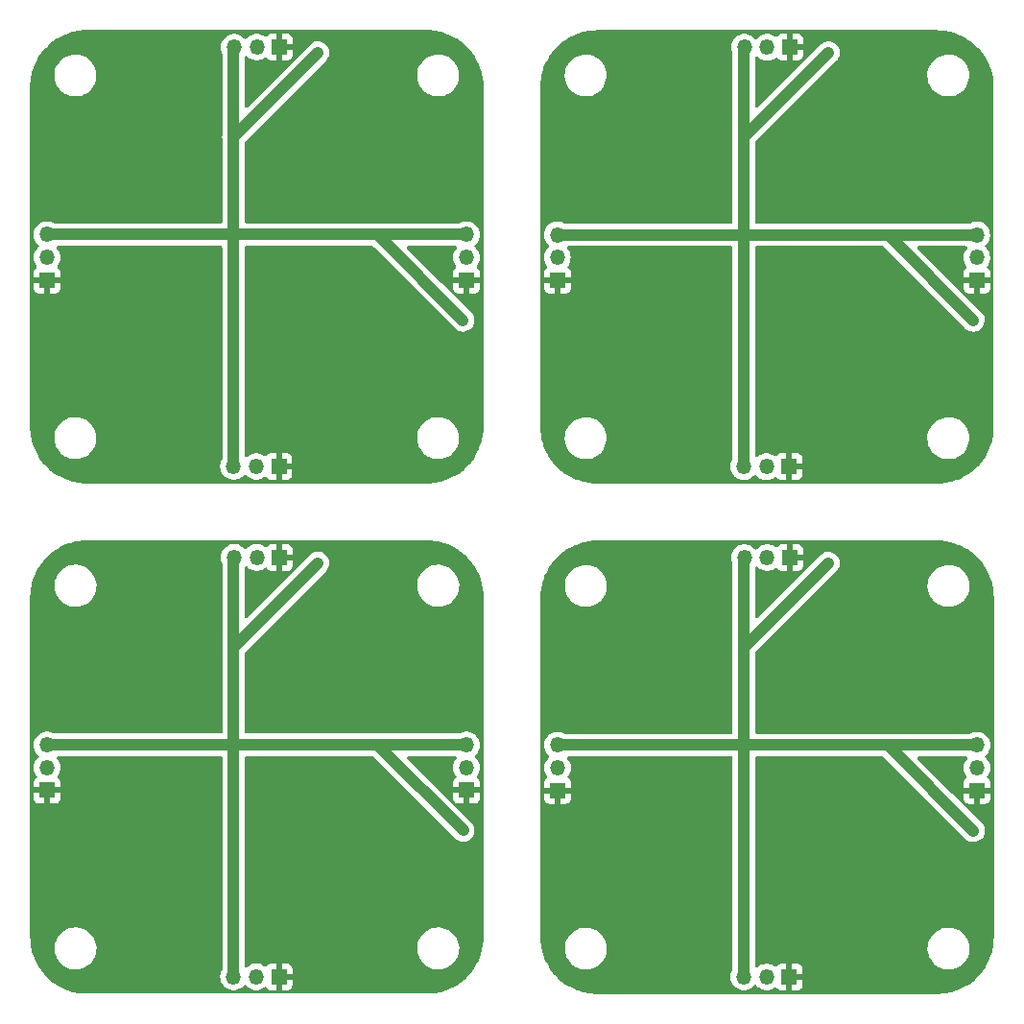
<source format=gbr>
%TF.GenerationSoftware,KiCad,Pcbnew,7.0.1*%
%TF.CreationDate,2023-09-10T14:18:25+09:00*%
%TF.ProjectId,block_socket,626c6f63-6b5f-4736-9f63-6b65742e6b69,rev?*%
%TF.SameCoordinates,Original*%
%TF.FileFunction,Copper,L2,Bot*%
%TF.FilePolarity,Positive*%
%FSLAX46Y46*%
G04 Gerber Fmt 4.6, Leading zero omitted, Abs format (unit mm)*
G04 Created by KiCad (PCBNEW 7.0.1) date 2023-09-10 14:18:25*
%MOMM*%
%LPD*%
G01*
G04 APERTURE LIST*
%TA.AperFunction,ComponentPad*%
%ADD10R,1.350000X1.350000*%
%TD*%
%TA.AperFunction,ComponentPad*%
%ADD11O,1.350000X1.350000*%
%TD*%
%TA.AperFunction,ViaPad*%
%ADD12C,0.800000*%
%TD*%
%TA.AperFunction,Conductor*%
%ADD13C,1.000000*%
%TD*%
G04 APERTURE END LIST*
D10*
%TO.P,J402,1,Pin_1*%
%TO.N,GND*%
X148250000Y-57870000D03*
D11*
%TO.P,J402,2,Pin_2*%
%TO.N,E_S*%
X148250000Y-55870000D03*
%TO.P,J402,3,Pin_3*%
%TO.N,+5V*%
X148250000Y-53870000D03*
%TD*%
D10*
%TO.P,J404,1,Pin_1*%
%TO.N,GND*%
X111260000Y-102900000D03*
D11*
%TO.P,J404,2,Pin_2*%
%TO.N,W_S*%
X111260000Y-100900000D03*
%TO.P,J404,3,Pin_3*%
%TO.N,+5V*%
X111260000Y-98900000D03*
%TD*%
D10*
%TO.P,J402,1,Pin_1*%
%TO.N,GND*%
X103240000Y-102880000D03*
D11*
%TO.P,J402,2,Pin_2*%
%TO.N,E_S*%
X103240000Y-100880000D03*
%TO.P,J402,3,Pin_3*%
%TO.N,+5V*%
X103240000Y-98880000D03*
%TD*%
D10*
%TO.P,J403,1,Pin_1*%
%TO.N,GND*%
X86680000Y-74310000D03*
D11*
%TO.P,J403,2,Pin_2*%
%TO.N,S_S*%
X84680000Y-74310000D03*
%TO.P,J403,3,Pin_3*%
%TO.N,+5V*%
X82680000Y-74310000D03*
%TD*%
D10*
%TO.P,J401,1,Pin_1*%
%TO.N,GND*%
X131750000Y-37320000D03*
D11*
%TO.P,J401,2,Pin_2*%
%TO.N,N_S*%
X129750000Y-37320000D03*
%TO.P,J401,3,Pin_3*%
%TO.N,+5V*%
X127750000Y-37320000D03*
%TD*%
D10*
%TO.P,J401,1,Pin_1*%
%TO.N,GND*%
X86740000Y-82330000D03*
D11*
%TO.P,J401,2,Pin_2*%
%TO.N,N_S*%
X84740000Y-82330000D03*
%TO.P,J401,3,Pin_3*%
%TO.N,+5V*%
X82740000Y-82330000D03*
%TD*%
D10*
%TO.P,J403,1,Pin_1*%
%TO.N,GND*%
X131710000Y-119350000D03*
D11*
%TO.P,J403,2,Pin_2*%
%TO.N,S_S*%
X129710000Y-119350000D03*
%TO.P,J403,3,Pin_3*%
%TO.N,+5V*%
X127710000Y-119350000D03*
%TD*%
D10*
%TO.P,J404,1,Pin_1*%
%TO.N,GND*%
X111250000Y-57870000D03*
D11*
%TO.P,J404,2,Pin_2*%
%TO.N,W_S*%
X111250000Y-55870000D03*
%TO.P,J404,3,Pin_3*%
%TO.N,+5V*%
X111250000Y-53870000D03*
%TD*%
D10*
%TO.P,J402,1,Pin_1*%
%TO.N,GND*%
X103230000Y-57860000D03*
D11*
%TO.P,J402,2,Pin_2*%
%TO.N,E_S*%
X103230000Y-55860000D03*
%TO.P,J402,3,Pin_3*%
%TO.N,+5V*%
X103230000Y-53860000D03*
%TD*%
D10*
%TO.P,J404,1,Pin_1*%
%TO.N,GND*%
X66240000Y-102880000D03*
D11*
%TO.P,J404,2,Pin_2*%
%TO.N,W_S*%
X66240000Y-100880000D03*
%TO.P,J404,3,Pin_3*%
%TO.N,+5V*%
X66240000Y-98880000D03*
%TD*%
D10*
%TO.P,J401,1,Pin_1*%
%TO.N,GND*%
X86730000Y-37310000D03*
D11*
%TO.P,J401,2,Pin_2*%
%TO.N,N_S*%
X84730000Y-37310000D03*
%TO.P,J401,3,Pin_3*%
%TO.N,+5V*%
X82730000Y-37310000D03*
%TD*%
D10*
%TO.P,J403,1,Pin_1*%
%TO.N,GND*%
X86690000Y-119330000D03*
D11*
%TO.P,J403,2,Pin_2*%
%TO.N,S_S*%
X84690000Y-119330000D03*
%TO.P,J403,3,Pin_3*%
%TO.N,+5V*%
X82690000Y-119330000D03*
%TD*%
D10*
%TO.P,J403,1,Pin_1*%
%TO.N,GND*%
X131700000Y-74320000D03*
D11*
%TO.P,J403,2,Pin_2*%
%TO.N,S_S*%
X129700000Y-74320000D03*
%TO.P,J403,3,Pin_3*%
%TO.N,+5V*%
X127700000Y-74320000D03*
%TD*%
D10*
%TO.P,J401,1,Pin_1*%
%TO.N,GND*%
X131760000Y-82350000D03*
D11*
%TO.P,J401,2,Pin_2*%
%TO.N,N_S*%
X129760000Y-82350000D03*
%TO.P,J401,3,Pin_3*%
%TO.N,+5V*%
X127760000Y-82350000D03*
%TD*%
D10*
%TO.P,J402,1,Pin_1*%
%TO.N,GND*%
X148260000Y-102900000D03*
D11*
%TO.P,J402,2,Pin_2*%
%TO.N,E_S*%
X148260000Y-100900000D03*
%TO.P,J402,3,Pin_3*%
%TO.N,+5V*%
X148260000Y-98900000D03*
%TD*%
D10*
%TO.P,J404,1,Pin_1*%
%TO.N,GND*%
X66230000Y-57860000D03*
D11*
%TO.P,J404,2,Pin_2*%
%TO.N,W_S*%
X66230000Y-55860000D03*
%TO.P,J404,3,Pin_3*%
%TO.N,+5V*%
X66230000Y-53860000D03*
%TD*%
D12*
%TO.N,+5V*%
X147960000Y-106450000D03*
X90140000Y-82830000D03*
X90130000Y-37810000D03*
X135150000Y-37820000D03*
X147950000Y-61420000D03*
X102930000Y-61410000D03*
X135160000Y-82850000D03*
X102940000Y-106430000D03*
%TO.N,GND*%
X121760000Y-93250000D03*
X121760000Y-107450000D03*
X121750000Y-62420000D03*
X94140000Y-105430000D03*
X76730000Y-48210000D03*
X94130000Y-60410000D03*
X76740000Y-93230000D03*
X139160000Y-105450000D03*
X137160000Y-91850000D03*
X121750000Y-48220000D03*
X76730000Y-62410000D03*
X76740000Y-107430000D03*
X92140000Y-91830000D03*
X139150000Y-60420000D03*
X137150000Y-46820000D03*
X92130000Y-46810000D03*
%TD*%
D13*
%TO.N,+5V*%
X90130000Y-37810000D02*
X82680000Y-45260000D01*
X127710000Y-119350000D02*
X127710000Y-90650000D01*
X147950000Y-61420000D02*
X140550000Y-54020000D01*
X102940000Y-106430000D02*
X95540000Y-99030000D01*
X95530000Y-54010000D02*
X95530000Y-53860000D01*
X66230000Y-53860000D02*
X95530000Y-53860000D01*
X82680000Y-45260000D02*
X82680000Y-45610000D01*
X95540000Y-99030000D02*
X95540000Y-98880000D01*
X82690000Y-90280000D02*
X82690000Y-90630000D01*
X66240000Y-98880000D02*
X95540000Y-98880000D01*
X95530000Y-53860000D02*
X103230000Y-53860000D01*
X82690000Y-90630000D02*
X82690000Y-82380000D01*
X127710000Y-82400000D02*
X127760000Y-82350000D01*
X127700000Y-74320000D02*
X127700000Y-45620000D01*
X90140000Y-82830000D02*
X82690000Y-90280000D01*
X147960000Y-106450000D02*
X140560000Y-99050000D01*
X127700000Y-37370000D02*
X127750000Y-37320000D01*
X127700000Y-45620000D02*
X127700000Y-37370000D01*
X111260000Y-98900000D02*
X140560000Y-98900000D01*
X140560000Y-99050000D02*
X140560000Y-98900000D01*
X135150000Y-37820000D02*
X127700000Y-45270000D01*
X135160000Y-82850000D02*
X127710000Y-90300000D01*
X140550000Y-53870000D02*
X148250000Y-53870000D01*
X82690000Y-119330000D02*
X82690000Y-90630000D01*
X82680000Y-74310000D02*
X82680000Y-45610000D01*
X82680000Y-37360000D02*
X82730000Y-37310000D01*
X102930000Y-61410000D02*
X95530000Y-54010000D01*
X82680000Y-45610000D02*
X82680000Y-37360000D01*
X127710000Y-90300000D02*
X127710000Y-90650000D01*
X111250000Y-53870000D02*
X140550000Y-53870000D01*
X140550000Y-54020000D02*
X140550000Y-53870000D01*
X127710000Y-90650000D02*
X127710000Y-82400000D01*
X140560000Y-98900000D02*
X148260000Y-98900000D01*
X95540000Y-98880000D02*
X103240000Y-98880000D01*
X127700000Y-45270000D02*
X127700000Y-45620000D01*
X82690000Y-82380000D02*
X82740000Y-82330000D01*
%TD*%
%TA.AperFunction,Conductor*%
%TO.N,GND*%
G36*
X99742562Y-80830605D02*
G01*
X99957600Y-80839500D01*
X100153455Y-80848052D01*
X100163330Y-80848881D01*
X100376706Y-80875479D01*
X100376793Y-80875490D01*
X100574945Y-80901577D01*
X100584192Y-80903153D01*
X100793521Y-80947044D01*
X100794765Y-80947312D01*
X100990386Y-80990680D01*
X100998901Y-80992889D01*
X101203665Y-81053850D01*
X101205325Y-81054359D01*
X101396696Y-81114698D01*
X101404453Y-81117431D01*
X101603363Y-81195046D01*
X101605513Y-81195911D01*
X101791024Y-81272752D01*
X101797972Y-81275886D01*
X101965903Y-81357982D01*
X101989587Y-81369561D01*
X101992383Y-81370972D01*
X102170420Y-81463652D01*
X102176636Y-81467118D01*
X102359793Y-81576255D01*
X102362929Y-81578187D01*
X102408432Y-81607176D01*
X102532282Y-81686078D01*
X102537710Y-81689741D01*
X102711184Y-81813599D01*
X102714616Y-81816140D01*
X102873912Y-81938372D01*
X102878567Y-81942126D01*
X103041226Y-82079891D01*
X103044838Y-82083072D01*
X103192925Y-82218769D01*
X103196807Y-82222486D01*
X103347512Y-82373191D01*
X103351232Y-82377076D01*
X103486921Y-82525155D01*
X103490107Y-82528772D01*
X103627872Y-82691431D01*
X103631626Y-82696086D01*
X103753858Y-82855382D01*
X103756399Y-82858814D01*
X103880257Y-83032288D01*
X103883920Y-83037716D01*
X103991800Y-83207052D01*
X103993743Y-83210205D01*
X104102880Y-83393362D01*
X104106346Y-83399578D01*
X104199026Y-83577615D01*
X104200437Y-83580411D01*
X104294099Y-83771997D01*
X104297260Y-83779005D01*
X104374051Y-83964395D01*
X104374991Y-83966734D01*
X104380797Y-83981610D01*
X104452559Y-84165523D01*
X104455302Y-84173309D01*
X104515602Y-84364554D01*
X104516186Y-84366460D01*
X104577105Y-84571084D01*
X104579321Y-84579627D01*
X104622671Y-84775166D01*
X104622971Y-84776559D01*
X104666844Y-84985802D01*
X104668422Y-84995062D01*
X104694459Y-85192829D01*
X104694568Y-85193677D01*
X104721114Y-85406641D01*
X104721948Y-85416570D01*
X104730513Y-85612728D01*
X104730525Y-85613013D01*
X104739394Y-85827438D01*
X104739500Y-85832562D01*
X104739500Y-115827438D01*
X104739394Y-115832563D01*
X104730525Y-116046987D01*
X104730513Y-116047271D01*
X104721948Y-116243428D01*
X104721114Y-116253357D01*
X104694568Y-116466321D01*
X104694459Y-116467169D01*
X104668422Y-116664936D01*
X104666844Y-116674196D01*
X104622971Y-116883439D01*
X104622671Y-116884832D01*
X104579321Y-117080371D01*
X104577105Y-117088914D01*
X104516186Y-117293538D01*
X104515602Y-117295444D01*
X104455302Y-117486689D01*
X104452559Y-117494475D01*
X104375008Y-117693224D01*
X104374051Y-117695603D01*
X104297260Y-117880993D01*
X104294099Y-117888001D01*
X104200437Y-118079587D01*
X104199026Y-118082383D01*
X104106346Y-118260420D01*
X104102880Y-118266636D01*
X103993743Y-118449793D01*
X103991800Y-118452946D01*
X103883920Y-118622282D01*
X103880257Y-118627710D01*
X103756399Y-118801184D01*
X103753858Y-118804616D01*
X103631626Y-118963912D01*
X103627872Y-118968567D01*
X103490107Y-119131226D01*
X103486908Y-119134858D01*
X103351254Y-119282899D01*
X103347512Y-119286807D01*
X103196807Y-119437512D01*
X103192899Y-119441254D01*
X103044858Y-119576908D01*
X103041226Y-119580107D01*
X102878567Y-119717872D01*
X102873912Y-119721626D01*
X102714616Y-119843858D01*
X102711184Y-119846399D01*
X102537710Y-119970257D01*
X102532282Y-119973920D01*
X102362946Y-120081800D01*
X102359793Y-120083743D01*
X102176636Y-120192880D01*
X102170420Y-120196346D01*
X101992383Y-120289026D01*
X101989587Y-120290437D01*
X101798001Y-120384099D01*
X101790993Y-120387260D01*
X101605603Y-120464051D01*
X101603224Y-120465008D01*
X101404475Y-120542559D01*
X101396689Y-120545302D01*
X101205444Y-120605602D01*
X101203538Y-120606186D01*
X100998914Y-120667105D01*
X100990371Y-120669321D01*
X100794832Y-120712671D01*
X100793439Y-120712971D01*
X100584196Y-120756844D01*
X100574936Y-120758422D01*
X100377169Y-120784459D01*
X100376321Y-120784568D01*
X100163357Y-120811114D01*
X100153428Y-120811948D01*
X99957381Y-120820508D01*
X99957097Y-120820520D01*
X99742563Y-120829394D01*
X99737438Y-120829500D01*
X69742562Y-120829500D01*
X69737437Y-120829394D01*
X69522901Y-120820520D01*
X69522617Y-120820508D01*
X69326570Y-120811948D01*
X69316641Y-120811114D01*
X69103677Y-120784568D01*
X69102829Y-120784459D01*
X68905062Y-120758422D01*
X68895802Y-120756844D01*
X68686559Y-120712971D01*
X68685166Y-120712671D01*
X68489627Y-120669321D01*
X68481084Y-120667105D01*
X68276460Y-120606186D01*
X68274554Y-120605602D01*
X68083309Y-120545302D01*
X68075523Y-120542559D01*
X67979266Y-120505000D01*
X67876734Y-120464991D01*
X67874395Y-120464051D01*
X67689005Y-120387260D01*
X67681997Y-120384099D01*
X67490411Y-120290437D01*
X67487615Y-120289026D01*
X67309578Y-120196346D01*
X67303362Y-120192880D01*
X67120205Y-120083743D01*
X67117052Y-120081800D01*
X66947716Y-119973920D01*
X66942288Y-119970257D01*
X66768814Y-119846399D01*
X66765382Y-119843858D01*
X66606086Y-119721626D01*
X66601431Y-119717872D01*
X66438772Y-119580107D01*
X66435155Y-119576921D01*
X66287076Y-119441232D01*
X66283191Y-119437512D01*
X66132486Y-119286807D01*
X66128769Y-119282925D01*
X65993072Y-119134838D01*
X65989891Y-119131226D01*
X65852126Y-118968567D01*
X65848372Y-118963912D01*
X65726140Y-118804616D01*
X65723599Y-118801184D01*
X65599741Y-118627710D01*
X65596078Y-118622282D01*
X65498197Y-118468641D01*
X65488187Y-118452929D01*
X65486255Y-118449793D01*
X65485213Y-118448045D01*
X65449382Y-118387912D01*
X65377118Y-118266636D01*
X65373652Y-118260420D01*
X65280972Y-118082383D01*
X65279561Y-118079587D01*
X65267982Y-118055903D01*
X65185886Y-117887972D01*
X65182752Y-117881024D01*
X65105911Y-117695513D01*
X65105046Y-117693363D01*
X65027431Y-117494453D01*
X65024696Y-117486689D01*
X65006534Y-117429087D01*
X64964359Y-117295325D01*
X64963850Y-117293665D01*
X64902889Y-117088901D01*
X64900680Y-117080386D01*
X64860194Y-116897764D01*
X66885787Y-116897764D01*
X66915413Y-117167016D01*
X66915414Y-117167018D01*
X66983928Y-117429088D01*
X67037720Y-117555670D01*
X67089871Y-117678392D01*
X67230982Y-117909611D01*
X67320253Y-118016881D01*
X67404255Y-118117820D01*
X67605998Y-118298582D01*
X67831910Y-118448044D01*
X67919177Y-118488953D01*
X68077177Y-118563021D01*
X68336562Y-118641058D01*
X68336569Y-118641060D01*
X68604561Y-118680500D01*
X68807631Y-118680500D01*
X68807634Y-118680500D01*
X69010156Y-118665677D01*
X69010156Y-118665676D01*
X69274553Y-118606780D01*
X69527558Y-118510014D01*
X69763777Y-118377441D01*
X69978177Y-118211888D01*
X70166186Y-118016881D01*
X70323799Y-117796579D01*
X70447656Y-117555675D01*
X70535118Y-117299305D01*
X70584319Y-117032933D01*
X70594212Y-116762235D01*
X70564586Y-116492982D01*
X70496072Y-116230912D01*
X70390130Y-115981610D01*
X70299168Y-115832563D01*
X70249017Y-115750388D01*
X70075746Y-115542181D01*
X69970758Y-115448112D01*
X69874002Y-115361418D01*
X69648090Y-115211956D01*
X69648086Y-115211954D01*
X69402822Y-115096978D01*
X69143437Y-115018941D01*
X69143431Y-115018940D01*
X68875439Y-114979500D01*
X68672369Y-114979500D01*
X68672366Y-114979500D01*
X68469843Y-114994322D01*
X68205449Y-115053219D01*
X67952441Y-115149986D01*
X67716223Y-115282559D01*
X67501825Y-115448109D01*
X67313813Y-115643120D01*
X67156201Y-115863420D01*
X67032342Y-116104329D01*
X66944881Y-116360695D01*
X66895680Y-116627066D01*
X66885787Y-116897764D01*
X64860194Y-116897764D01*
X64857312Y-116884765D01*
X64857027Y-116883439D01*
X64851495Y-116857057D01*
X64813153Y-116674192D01*
X64811576Y-116664936D01*
X64785490Y-116466793D01*
X64785483Y-116466743D01*
X64758881Y-116253330D01*
X64758052Y-116243455D01*
X64749486Y-116047271D01*
X64740605Y-115832562D01*
X64740500Y-115827439D01*
X64740500Y-103130000D01*
X65065000Y-103130000D01*
X65065000Y-103602824D01*
X65071402Y-103662375D01*
X65121647Y-103797089D01*
X65207811Y-103912188D01*
X65322910Y-103998352D01*
X65457624Y-104048597D01*
X65517176Y-104055000D01*
X65990000Y-104055000D01*
X65990000Y-103130000D01*
X66490000Y-103130000D01*
X66490000Y-104055000D01*
X66962824Y-104055000D01*
X67022375Y-104048597D01*
X67157089Y-103998352D01*
X67272188Y-103912188D01*
X67358352Y-103797089D01*
X67408597Y-103662375D01*
X67415000Y-103602824D01*
X67415000Y-103130000D01*
X66490000Y-103130000D01*
X65990000Y-103130000D01*
X65065000Y-103130000D01*
X64740500Y-103130000D01*
X64740500Y-100879999D01*
X65059464Y-100879999D01*
X65079564Y-101096925D01*
X65139181Y-101306457D01*
X65236287Y-101501471D01*
X65318048Y-101609740D01*
X65342175Y-101669401D01*
X65333151Y-101733119D01*
X65293406Y-101783733D01*
X65207811Y-101847809D01*
X65121647Y-101962910D01*
X65071402Y-102097624D01*
X65065000Y-102157176D01*
X65065000Y-102630000D01*
X67415000Y-102630000D01*
X67415000Y-102157176D01*
X67408597Y-102097624D01*
X67358352Y-101962910D01*
X67272188Y-101847811D01*
X67186594Y-101783735D01*
X67146848Y-101733121D01*
X67137824Y-101669402D01*
X67161951Y-101609741D01*
X67161952Y-101609740D01*
X67243712Y-101501472D01*
X67340817Y-101306459D01*
X67340818Y-101306457D01*
X67400435Y-101096925D01*
X67403349Y-101065467D01*
X67420536Y-100880000D01*
X67400435Y-100663077D01*
X67400435Y-100663074D01*
X67340818Y-100453542D01*
X67243711Y-100258525D01*
X67108311Y-100079226D01*
X67083794Y-100015941D01*
X67096265Y-99949228D01*
X67141987Y-99899073D01*
X67207265Y-99880500D01*
X81565500Y-99880500D01*
X81627500Y-99897113D01*
X81672887Y-99942500D01*
X81689500Y-100004500D01*
X81689500Y-118672913D01*
X81676500Y-118728185D01*
X81589181Y-118903542D01*
X81529564Y-119113074D01*
X81509464Y-119330000D01*
X81529564Y-119546925D01*
X81589181Y-119756457D01*
X81686287Y-119951471D01*
X81817573Y-120125323D01*
X81929031Y-120226929D01*
X81978568Y-120272088D01*
X81989840Y-120279067D01*
X82163791Y-120386773D01*
X82322745Y-120448352D01*
X82366931Y-120465470D01*
X82581074Y-120505500D01*
X82798924Y-120505500D01*
X82798926Y-120505500D01*
X83013069Y-120465470D01*
X83160359Y-120408409D01*
X83216208Y-120386773D01*
X83220527Y-120384099D01*
X83401432Y-120272088D01*
X83562427Y-120125322D01*
X83591047Y-120087422D01*
X83634725Y-120051151D01*
X83689997Y-120038150D01*
X83745270Y-120051149D01*
X83788953Y-120087423D01*
X83817573Y-120125323D01*
X83929031Y-120226929D01*
X83978568Y-120272088D01*
X83989840Y-120279067D01*
X84163791Y-120386773D01*
X84322745Y-120448352D01*
X84366931Y-120465470D01*
X84581074Y-120505500D01*
X84798924Y-120505500D01*
X84798926Y-120505500D01*
X85013069Y-120465470D01*
X85160359Y-120408409D01*
X85216208Y-120386773D01*
X85220527Y-120384099D01*
X85401432Y-120272088D01*
X85412781Y-120261741D01*
X85473701Y-120231458D01*
X85541435Y-120237877D01*
X85595586Y-120279067D01*
X85657810Y-120362188D01*
X85772910Y-120448352D01*
X85907624Y-120498597D01*
X85967176Y-120505000D01*
X86440000Y-120505000D01*
X86440000Y-119580000D01*
X86940000Y-119580000D01*
X86940000Y-120505000D01*
X87412824Y-120505000D01*
X87472375Y-120498597D01*
X87607089Y-120448352D01*
X87722188Y-120362188D01*
X87808352Y-120247089D01*
X87858597Y-120112375D01*
X87865000Y-120052824D01*
X87865000Y-119580000D01*
X86940000Y-119580000D01*
X86440000Y-119580000D01*
X86440000Y-118155000D01*
X86940000Y-118155000D01*
X86940000Y-119080000D01*
X87865000Y-119080000D01*
X87865000Y-118607176D01*
X87858597Y-118547624D01*
X87808352Y-118412910D01*
X87722188Y-118297811D01*
X87607089Y-118211647D01*
X87472375Y-118161402D01*
X87412824Y-118155000D01*
X86940000Y-118155000D01*
X86440000Y-118155000D01*
X85967176Y-118155000D01*
X85907624Y-118161402D01*
X85772910Y-118211647D01*
X85657808Y-118297812D01*
X85595585Y-118380932D01*
X85541435Y-118422122D01*
X85473703Y-118428541D01*
X85412780Y-118398257D01*
X85401432Y-118387911D01*
X85216208Y-118273226D01*
X85013073Y-118194531D01*
X85013070Y-118194530D01*
X85013069Y-118194530D01*
X84798926Y-118154500D01*
X84581074Y-118154500D01*
X84366931Y-118194530D01*
X84366926Y-118194531D01*
X84163791Y-118273226D01*
X83978567Y-118387912D01*
X83898038Y-118461324D01*
X83848434Y-118488953D01*
X83791715Y-118491576D01*
X83739773Y-118468641D01*
X83703500Y-118424959D01*
X83690500Y-118369687D01*
X83690500Y-116897764D01*
X98885787Y-116897764D01*
X98915413Y-117167016D01*
X98915414Y-117167018D01*
X98983928Y-117429088D01*
X99037720Y-117555670D01*
X99089871Y-117678392D01*
X99230982Y-117909611D01*
X99320253Y-118016881D01*
X99404255Y-118117820D01*
X99605998Y-118298582D01*
X99831910Y-118448044D01*
X99919177Y-118488953D01*
X100077177Y-118563021D01*
X100336562Y-118641058D01*
X100336569Y-118641060D01*
X100604561Y-118680500D01*
X100807631Y-118680500D01*
X100807634Y-118680500D01*
X101010156Y-118665677D01*
X101010156Y-118665676D01*
X101274553Y-118606780D01*
X101527558Y-118510014D01*
X101763777Y-118377441D01*
X101978177Y-118211888D01*
X102166186Y-118016881D01*
X102323799Y-117796579D01*
X102447656Y-117555675D01*
X102535118Y-117299305D01*
X102584319Y-117032933D01*
X102594212Y-116762235D01*
X102564586Y-116492982D01*
X102496072Y-116230912D01*
X102390130Y-115981610D01*
X102299168Y-115832563D01*
X102249017Y-115750388D01*
X102075746Y-115542181D01*
X101970758Y-115448112D01*
X101874002Y-115361418D01*
X101648090Y-115211956D01*
X101648086Y-115211954D01*
X101402822Y-115096978D01*
X101143437Y-115018941D01*
X101143431Y-115018940D01*
X100875439Y-114979500D01*
X100672369Y-114979500D01*
X100672366Y-114979500D01*
X100469843Y-114994322D01*
X100205449Y-115053219D01*
X99952441Y-115149986D01*
X99716223Y-115282559D01*
X99501825Y-115448109D01*
X99313813Y-115643120D01*
X99156201Y-115863420D01*
X99032342Y-116104329D01*
X98944881Y-116360695D01*
X98895680Y-116627066D01*
X98885787Y-116897764D01*
X83690500Y-116897764D01*
X83690500Y-100004500D01*
X83707113Y-99942500D01*
X83752500Y-99897113D01*
X83814500Y-99880500D01*
X94924217Y-99880500D01*
X94971670Y-99889939D01*
X95011898Y-99916819D01*
X102268414Y-107173336D01*
X102268419Y-107173340D01*
X102386593Y-107269698D01*
X102566951Y-107363909D01*
X102762582Y-107419886D01*
X102965476Y-107435337D01*
X103167328Y-107409630D01*
X103359872Y-107343816D01*
X103535227Y-107240590D01*
X103686213Y-107104179D01*
X103806649Y-106940167D01*
X103891605Y-106755268D01*
X103937602Y-106557053D01*
X103942756Y-106353636D01*
X103906858Y-106153347D01*
X103906858Y-106153345D01*
X103831377Y-105964380D01*
X103719403Y-105794481D01*
X101054921Y-103130000D01*
X102065000Y-103130000D01*
X102065000Y-103602824D01*
X102071402Y-103662375D01*
X102121647Y-103797089D01*
X102207811Y-103912188D01*
X102322910Y-103998352D01*
X102457624Y-104048597D01*
X102517176Y-104055000D01*
X102990000Y-104055000D01*
X102990000Y-103130000D01*
X103490000Y-103130000D01*
X103490000Y-104055000D01*
X103962824Y-104055000D01*
X104022375Y-104048597D01*
X104157089Y-103998352D01*
X104272188Y-103912188D01*
X104358352Y-103797089D01*
X104408597Y-103662375D01*
X104415000Y-103602824D01*
X104415000Y-103130000D01*
X103490000Y-103130000D01*
X102990000Y-103130000D01*
X102065000Y-103130000D01*
X101054921Y-103130000D01*
X98017101Y-100092181D01*
X97986851Y-100042818D01*
X97982309Y-99985102D01*
X98004464Y-99931615D01*
X98048487Y-99894015D01*
X98104782Y-99880500D01*
X102272735Y-99880500D01*
X102338013Y-99899073D01*
X102383735Y-99949228D01*
X102396206Y-100015941D01*
X102371689Y-100079226D01*
X102236288Y-100258525D01*
X102139181Y-100453542D01*
X102079564Y-100663074D01*
X102059464Y-100879999D01*
X102079564Y-101096925D01*
X102139181Y-101306457D01*
X102236287Y-101501471D01*
X102318048Y-101609740D01*
X102342175Y-101669401D01*
X102333151Y-101733119D01*
X102293406Y-101783733D01*
X102207811Y-101847809D01*
X102121647Y-101962910D01*
X102071402Y-102097624D01*
X102065000Y-102157176D01*
X102065000Y-102630000D01*
X104415000Y-102630000D01*
X104415000Y-102157176D01*
X104408597Y-102097624D01*
X104358352Y-101962910D01*
X104272188Y-101847811D01*
X104186594Y-101783735D01*
X104146848Y-101733121D01*
X104137824Y-101669402D01*
X104161951Y-101609741D01*
X104161952Y-101609740D01*
X104243712Y-101501472D01*
X104340817Y-101306459D01*
X104340818Y-101306457D01*
X104400435Y-101096925D01*
X104403577Y-101063008D01*
X104420536Y-100880000D01*
X104400435Y-100663077D01*
X104400435Y-100663074D01*
X104340818Y-100453542D01*
X104243712Y-100258528D01*
X104112426Y-100084676D01*
X103988427Y-99971637D01*
X103952699Y-99913934D01*
X103952699Y-99846066D01*
X103988427Y-99788363D01*
X104112426Y-99675323D01*
X104112427Y-99675322D01*
X104243712Y-99501472D01*
X104340817Y-99306459D01*
X104340818Y-99306457D01*
X104400435Y-99096925D01*
X104403577Y-99063008D01*
X104420536Y-98880000D01*
X104400435Y-98663077D01*
X104400435Y-98663074D01*
X104340818Y-98453542D01*
X104243712Y-98258528D01*
X104112426Y-98084676D01*
X103951432Y-97937912D01*
X103766208Y-97823226D01*
X103563073Y-97744531D01*
X103563070Y-97744530D01*
X103563069Y-97744530D01*
X103348926Y-97704500D01*
X103131074Y-97704500D01*
X102916931Y-97744530D01*
X102916926Y-97744531D01*
X102713791Y-97823226D01*
X102652903Y-97860927D01*
X102587626Y-97879500D01*
X95641741Y-97879500D01*
X95568501Y-97879500D01*
X95562221Y-97879341D01*
X95559669Y-97879211D01*
X95489064Y-97875630D01*
X95474559Y-97877853D01*
X95473142Y-97878070D01*
X95454365Y-97879500D01*
X83814500Y-97879500D01*
X83752500Y-97862887D01*
X83707113Y-97817500D01*
X83690500Y-97755500D01*
X83690500Y-90745783D01*
X83699939Y-90698330D01*
X83726819Y-90658102D01*
X89487156Y-84897764D01*
X98885787Y-84897764D01*
X98915413Y-85167016D01*
X98926898Y-85210946D01*
X98983928Y-85429088D01*
X99089870Y-85678390D01*
X99089871Y-85678392D01*
X99230982Y-85909611D01*
X99320253Y-86016881D01*
X99404255Y-86117820D01*
X99605998Y-86298582D01*
X99831910Y-86448044D01*
X99938211Y-86497876D01*
X100077177Y-86563021D01*
X100336562Y-86641058D01*
X100336569Y-86641060D01*
X100604561Y-86680500D01*
X100807631Y-86680500D01*
X100807634Y-86680500D01*
X101010156Y-86665677D01*
X101010156Y-86665676D01*
X101274553Y-86606780D01*
X101527558Y-86510014D01*
X101763777Y-86377441D01*
X101978177Y-86211888D01*
X102166186Y-86016881D01*
X102323799Y-85796579D01*
X102447656Y-85555675D01*
X102535118Y-85299305D01*
X102584319Y-85032933D01*
X102594212Y-84762235D01*
X102564586Y-84492982D01*
X102496072Y-84230912D01*
X102390130Y-83981610D01*
X102249018Y-83750390D01*
X102249017Y-83750388D01*
X102075746Y-83542181D01*
X102034807Y-83505500D01*
X101874002Y-83361418D01*
X101648090Y-83211956D01*
X101600102Y-83189460D01*
X101402822Y-83096978D01*
X101143437Y-83018941D01*
X101143431Y-83018940D01*
X100875439Y-82979500D01*
X100672369Y-82979500D01*
X100672366Y-82979500D01*
X100469843Y-82994322D01*
X100205449Y-83053219D01*
X99952441Y-83149986D01*
X99716223Y-83282559D01*
X99501825Y-83448109D01*
X99313813Y-83643120D01*
X99156201Y-83863420D01*
X99032342Y-84104329D01*
X98944881Y-84360695D01*
X98895680Y-84627066D01*
X98885787Y-84897764D01*
X89487156Y-84897764D01*
X90883336Y-83501584D01*
X90883335Y-83501584D01*
X90883340Y-83501580D01*
X90979698Y-83383407D01*
X91073909Y-83203049D01*
X91116781Y-83053220D01*
X91129887Y-83007419D01*
X91134147Y-82951472D01*
X91145337Y-82804524D01*
X91119630Y-82602672D01*
X91053816Y-82410128D01*
X90950590Y-82234773D01*
X90814179Y-82083787D01*
X90814178Y-82083786D01*
X90814176Y-82083784D01*
X90650166Y-81963350D01*
X90465268Y-81878394D01*
X90267054Y-81832397D01*
X90063639Y-81827242D01*
X89863345Y-81863142D01*
X89674380Y-81938623D01*
X89504481Y-82050596D01*
X83902181Y-87652899D01*
X83852818Y-87683149D01*
X83795102Y-87687691D01*
X83741615Y-87665536D01*
X83704015Y-87621513D01*
X83690500Y-87565218D01*
X83690500Y-83244732D01*
X83703500Y-83189460D01*
X83739773Y-83145778D01*
X83791715Y-83122843D01*
X83848434Y-83125466D01*
X83898038Y-83153095D01*
X83957311Y-83207129D01*
X84028568Y-83272088D01*
X84121178Y-83329429D01*
X84213791Y-83386773D01*
X84372125Y-83448112D01*
X84416931Y-83465470D01*
X84631074Y-83505500D01*
X84848924Y-83505500D01*
X84848926Y-83505500D01*
X85063069Y-83465470D01*
X85198496Y-83413004D01*
X85266208Y-83386773D01*
X85271643Y-83383408D01*
X85451432Y-83272088D01*
X85462781Y-83261741D01*
X85523701Y-83231458D01*
X85591435Y-83237877D01*
X85645586Y-83279067D01*
X85707810Y-83362188D01*
X85822910Y-83448352D01*
X85957624Y-83498597D01*
X86017176Y-83505000D01*
X86490000Y-83505000D01*
X86490000Y-82580000D01*
X86990000Y-82580000D01*
X86990000Y-83505000D01*
X87462824Y-83505000D01*
X87522375Y-83498597D01*
X87657089Y-83448352D01*
X87772188Y-83362188D01*
X87858352Y-83247089D01*
X87908597Y-83112375D01*
X87915000Y-83052824D01*
X87915000Y-82580000D01*
X86990000Y-82580000D01*
X86490000Y-82580000D01*
X86490000Y-81155000D01*
X86990000Y-81155000D01*
X86990000Y-82080000D01*
X87915000Y-82080000D01*
X87915000Y-81607176D01*
X87908597Y-81547624D01*
X87858352Y-81412910D01*
X87772188Y-81297811D01*
X87657089Y-81211647D01*
X87522375Y-81161402D01*
X87462824Y-81155000D01*
X86990000Y-81155000D01*
X86490000Y-81155000D01*
X86017176Y-81155000D01*
X85957624Y-81161402D01*
X85822910Y-81211647D01*
X85707808Y-81297812D01*
X85645585Y-81380932D01*
X85591435Y-81422122D01*
X85523703Y-81428541D01*
X85462780Y-81398257D01*
X85451432Y-81387911D01*
X85266208Y-81273226D01*
X85063073Y-81194531D01*
X85063070Y-81194530D01*
X85063069Y-81194530D01*
X84848926Y-81154500D01*
X84631074Y-81154500D01*
X84416931Y-81194530D01*
X84416926Y-81194531D01*
X84213791Y-81273226D01*
X84028567Y-81387912D01*
X83867573Y-81534677D01*
X83838954Y-81572575D01*
X83795271Y-81608848D01*
X83740000Y-81621848D01*
X83684729Y-81608848D01*
X83641046Y-81572575D01*
X83612426Y-81534677D01*
X83451432Y-81387912D01*
X83266208Y-81273226D01*
X83063073Y-81194531D01*
X83063070Y-81194530D01*
X83063069Y-81194530D01*
X82848926Y-81154500D01*
X82631074Y-81154500D01*
X82416931Y-81194530D01*
X82416926Y-81194531D01*
X82213791Y-81273226D01*
X82028567Y-81387912D01*
X81867573Y-81534676D01*
X81736287Y-81708528D01*
X81639181Y-81903542D01*
X81579564Y-82113074D01*
X81559464Y-82329999D01*
X81579564Y-82546925D01*
X81639181Y-82756457D01*
X81676500Y-82831402D01*
X81689500Y-82886674D01*
X81689500Y-90237242D01*
X81689142Y-90246656D01*
X81684663Y-90305477D01*
X81688506Y-90335651D01*
X81689500Y-90351317D01*
X81689500Y-97755500D01*
X81672887Y-97817500D01*
X81627500Y-97862887D01*
X81565500Y-97879500D01*
X66892374Y-97879500D01*
X66827097Y-97860927D01*
X66766208Y-97823226D01*
X66563073Y-97744531D01*
X66563070Y-97744530D01*
X66563069Y-97744530D01*
X66348926Y-97704500D01*
X66131074Y-97704500D01*
X65916931Y-97744530D01*
X65916926Y-97744531D01*
X65713791Y-97823226D01*
X65528567Y-97937912D01*
X65367573Y-98084676D01*
X65236287Y-98258528D01*
X65139181Y-98453542D01*
X65079564Y-98663074D01*
X65059464Y-98879999D01*
X65079564Y-99096925D01*
X65139181Y-99306457D01*
X65236287Y-99501471D01*
X65367573Y-99675323D01*
X65491572Y-99788363D01*
X65527300Y-99846066D01*
X65527300Y-99913934D01*
X65491572Y-99971637D01*
X65367573Y-100084676D01*
X65236287Y-100258528D01*
X65139181Y-100453542D01*
X65079564Y-100663074D01*
X65059464Y-100879999D01*
X64740500Y-100879999D01*
X64740500Y-85832561D01*
X64740606Y-85827437D01*
X64741882Y-85796579D01*
X64749488Y-85612687D01*
X64758052Y-85416540D01*
X64758881Y-85406673D01*
X64785491Y-85193195D01*
X64811578Y-84995045D01*
X64813151Y-84985816D01*
X64831613Y-84897764D01*
X66885787Y-84897764D01*
X66915413Y-85167016D01*
X66926898Y-85210946D01*
X66983928Y-85429088D01*
X67089870Y-85678390D01*
X67089871Y-85678392D01*
X67230982Y-85909611D01*
X67320253Y-86016881D01*
X67404255Y-86117820D01*
X67605998Y-86298582D01*
X67831910Y-86448044D01*
X67938211Y-86497876D01*
X68077177Y-86563021D01*
X68336562Y-86641058D01*
X68336569Y-86641060D01*
X68604561Y-86680500D01*
X68807631Y-86680500D01*
X68807634Y-86680500D01*
X69010156Y-86665677D01*
X69010156Y-86665676D01*
X69274553Y-86606780D01*
X69527558Y-86510014D01*
X69763777Y-86377441D01*
X69978177Y-86211888D01*
X70166186Y-86016881D01*
X70323799Y-85796579D01*
X70447656Y-85555675D01*
X70535118Y-85299305D01*
X70584319Y-85032933D01*
X70594212Y-84762235D01*
X70564586Y-84492982D01*
X70496072Y-84230912D01*
X70390130Y-83981610D01*
X70249018Y-83750390D01*
X70249017Y-83750388D01*
X70075746Y-83542181D01*
X70034807Y-83505500D01*
X69874002Y-83361418D01*
X69648090Y-83211956D01*
X69600102Y-83189460D01*
X69402822Y-83096978D01*
X69143437Y-83018941D01*
X69143431Y-83018940D01*
X68875439Y-82979500D01*
X68672369Y-82979500D01*
X68672366Y-82979500D01*
X68469843Y-82994322D01*
X68205449Y-83053219D01*
X67952441Y-83149986D01*
X67716223Y-83282559D01*
X67501825Y-83448109D01*
X67313813Y-83643120D01*
X67156201Y-83863420D01*
X67032342Y-84104329D01*
X66944881Y-84360695D01*
X66895680Y-84627066D01*
X66885787Y-84897764D01*
X64831613Y-84897764D01*
X64857062Y-84776392D01*
X64857297Y-84775302D01*
X64900684Y-84579599D01*
X64902885Y-84571111D01*
X64963875Y-84366253D01*
X64964337Y-84364743D01*
X65024704Y-84173284D01*
X65027423Y-84165565D01*
X65105074Y-83966564D01*
X65105883Y-83964553D01*
X65182762Y-83778951D01*
X65185874Y-83772051D01*
X65279587Y-83580357D01*
X65280945Y-83577667D01*
X65373667Y-83399551D01*
X65377118Y-83393362D01*
X65486295Y-83210139D01*
X65488150Y-83207129D01*
X65596090Y-83037697D01*
X65599721Y-83032316D01*
X65723635Y-82858764D01*
X65726102Y-82855433D01*
X65848401Y-82696048D01*
X65852114Y-82691445D01*
X65989903Y-82528758D01*
X65993027Y-82525211D01*
X66128811Y-82377028D01*
X66132440Y-82373238D01*
X66283238Y-82222440D01*
X66287028Y-82218811D01*
X66435211Y-82083027D01*
X66438758Y-82079903D01*
X66601445Y-81942114D01*
X66606048Y-81938401D01*
X66765433Y-81816102D01*
X66768764Y-81813635D01*
X66942316Y-81689721D01*
X66947697Y-81686090D01*
X67117129Y-81578150D01*
X67120139Y-81576295D01*
X67303373Y-81467111D01*
X67309551Y-81463667D01*
X67487667Y-81370945D01*
X67490357Y-81369587D01*
X67682051Y-81275874D01*
X67688951Y-81272762D01*
X67874553Y-81195883D01*
X67876564Y-81195074D01*
X68075565Y-81117423D01*
X68083284Y-81114704D01*
X68274743Y-81054337D01*
X68276253Y-81053875D01*
X68481111Y-80992885D01*
X68489599Y-80990684D01*
X68685302Y-80947297D01*
X68686392Y-80947062D01*
X68895816Y-80903151D01*
X68905045Y-80901578D01*
X69103195Y-80875491D01*
X69316673Y-80848881D01*
X69326540Y-80848052D01*
X69522628Y-80839490D01*
X69737437Y-80830605D01*
X69742561Y-80830500D01*
X99737439Y-80830500D01*
X99742562Y-80830605D01*
G37*
%TD.AperFunction*%
%TD*%
%TA.AperFunction,Conductor*%
%TO.N,GND*%
G36*
X144752562Y-35820605D02*
G01*
X144967600Y-35829500D01*
X145163455Y-35838052D01*
X145173330Y-35838881D01*
X145386706Y-35865479D01*
X145386793Y-35865490D01*
X145584945Y-35891577D01*
X145594192Y-35893153D01*
X145803521Y-35937044D01*
X145804765Y-35937312D01*
X146000386Y-35980680D01*
X146008901Y-35982889D01*
X146213665Y-36043850D01*
X146215325Y-36044359D01*
X146406696Y-36104698D01*
X146414453Y-36107431D01*
X146613363Y-36185046D01*
X146615513Y-36185911D01*
X146801024Y-36262752D01*
X146807972Y-36265886D01*
X146975903Y-36347982D01*
X146999587Y-36359561D01*
X147002383Y-36360972D01*
X147180420Y-36453652D01*
X147186636Y-36457118D01*
X147369793Y-36566255D01*
X147372929Y-36568187D01*
X147418432Y-36597176D01*
X147542282Y-36676078D01*
X147547710Y-36679741D01*
X147721184Y-36803599D01*
X147724616Y-36806140D01*
X147883912Y-36928372D01*
X147888567Y-36932126D01*
X148051226Y-37069891D01*
X148054838Y-37073072D01*
X148202925Y-37208769D01*
X148206807Y-37212486D01*
X148357512Y-37363191D01*
X148361232Y-37367076D01*
X148496921Y-37515155D01*
X148500107Y-37518772D01*
X148637872Y-37681431D01*
X148641626Y-37686086D01*
X148763858Y-37845382D01*
X148766399Y-37848814D01*
X148890257Y-38022288D01*
X148893920Y-38027716D01*
X149001800Y-38197052D01*
X149003743Y-38200205D01*
X149112880Y-38383362D01*
X149116346Y-38389578D01*
X149209026Y-38567615D01*
X149210437Y-38570411D01*
X149304099Y-38761997D01*
X149307260Y-38769005D01*
X149384051Y-38954395D01*
X149384991Y-38956734D01*
X149390797Y-38971610D01*
X149462559Y-39155523D01*
X149465302Y-39163309D01*
X149525602Y-39354554D01*
X149526186Y-39356460D01*
X149587105Y-39561084D01*
X149589321Y-39569627D01*
X149632671Y-39765166D01*
X149632971Y-39766559D01*
X149676844Y-39975802D01*
X149678422Y-39985062D01*
X149704459Y-40182829D01*
X149704568Y-40183677D01*
X149731114Y-40396641D01*
X149731948Y-40406570D01*
X149740513Y-40602728D01*
X149740525Y-40603013D01*
X149749394Y-40817438D01*
X149749500Y-40822562D01*
X149749500Y-70817438D01*
X149749394Y-70822563D01*
X149740525Y-71036987D01*
X149740513Y-71037271D01*
X149731948Y-71233428D01*
X149731114Y-71243357D01*
X149704568Y-71456321D01*
X149704459Y-71457169D01*
X149678422Y-71654936D01*
X149676844Y-71664196D01*
X149632971Y-71873439D01*
X149632671Y-71874832D01*
X149589321Y-72070371D01*
X149587105Y-72078914D01*
X149526186Y-72283538D01*
X149525602Y-72285444D01*
X149465302Y-72476689D01*
X149462559Y-72484475D01*
X149385008Y-72683224D01*
X149384051Y-72685603D01*
X149307260Y-72870993D01*
X149304099Y-72878001D01*
X149210437Y-73069587D01*
X149209026Y-73072383D01*
X149116346Y-73250420D01*
X149112880Y-73256636D01*
X149003743Y-73439793D01*
X149001800Y-73442946D01*
X148893920Y-73612282D01*
X148890257Y-73617710D01*
X148766399Y-73791184D01*
X148763858Y-73794616D01*
X148641626Y-73953912D01*
X148637872Y-73958567D01*
X148500107Y-74121226D01*
X148496908Y-74124858D01*
X148361254Y-74272899D01*
X148357512Y-74276807D01*
X148206807Y-74427512D01*
X148202899Y-74431254D01*
X148054858Y-74566908D01*
X148051226Y-74570107D01*
X147888567Y-74707872D01*
X147883912Y-74711626D01*
X147724616Y-74833858D01*
X147721184Y-74836399D01*
X147547710Y-74960257D01*
X147542282Y-74963920D01*
X147372946Y-75071800D01*
X147369793Y-75073743D01*
X147186636Y-75182880D01*
X147180420Y-75186346D01*
X147002383Y-75279026D01*
X146999587Y-75280437D01*
X146808001Y-75374099D01*
X146800993Y-75377260D01*
X146615603Y-75454051D01*
X146613224Y-75455008D01*
X146414475Y-75532559D01*
X146406689Y-75535302D01*
X146215444Y-75595602D01*
X146213538Y-75596186D01*
X146008914Y-75657105D01*
X146000371Y-75659321D01*
X145804832Y-75702671D01*
X145803439Y-75702971D01*
X145594196Y-75746844D01*
X145584936Y-75748422D01*
X145387169Y-75774459D01*
X145386321Y-75774568D01*
X145173357Y-75801114D01*
X145163428Y-75801948D01*
X144967381Y-75810508D01*
X144967097Y-75810520D01*
X144752563Y-75819394D01*
X144747438Y-75819500D01*
X114752562Y-75819500D01*
X114747437Y-75819394D01*
X114532901Y-75810520D01*
X114532617Y-75810508D01*
X114336570Y-75801948D01*
X114326641Y-75801114D01*
X114113677Y-75774568D01*
X114112829Y-75774459D01*
X113915062Y-75748422D01*
X113905802Y-75746844D01*
X113696559Y-75702971D01*
X113695166Y-75702671D01*
X113499627Y-75659321D01*
X113491084Y-75657105D01*
X113286460Y-75596186D01*
X113284554Y-75595602D01*
X113093309Y-75535302D01*
X113085523Y-75532559D01*
X112989266Y-75495000D01*
X112886734Y-75454991D01*
X112884395Y-75454051D01*
X112699005Y-75377260D01*
X112691997Y-75374099D01*
X112500411Y-75280437D01*
X112497615Y-75279026D01*
X112319578Y-75186346D01*
X112313362Y-75182880D01*
X112130205Y-75073743D01*
X112127052Y-75071800D01*
X111957716Y-74963920D01*
X111952288Y-74960257D01*
X111778814Y-74836399D01*
X111775382Y-74833858D01*
X111616086Y-74711626D01*
X111611431Y-74707872D01*
X111448772Y-74570107D01*
X111445155Y-74566921D01*
X111297076Y-74431232D01*
X111293191Y-74427512D01*
X111142486Y-74276807D01*
X111138769Y-74272925D01*
X111003072Y-74124838D01*
X110999891Y-74121226D01*
X110862126Y-73958567D01*
X110858372Y-73953912D01*
X110736140Y-73794616D01*
X110733599Y-73791184D01*
X110609741Y-73617710D01*
X110606078Y-73612282D01*
X110508197Y-73458641D01*
X110498187Y-73442929D01*
X110496255Y-73439793D01*
X110495213Y-73438045D01*
X110459382Y-73377912D01*
X110387118Y-73256636D01*
X110383652Y-73250420D01*
X110290972Y-73072383D01*
X110289561Y-73069587D01*
X110277982Y-73045903D01*
X110195886Y-72877972D01*
X110192752Y-72871024D01*
X110115911Y-72685513D01*
X110115046Y-72683363D01*
X110037431Y-72484453D01*
X110034696Y-72476689D01*
X110016534Y-72419087D01*
X109974359Y-72285325D01*
X109973850Y-72283665D01*
X109912889Y-72078901D01*
X109910680Y-72070386D01*
X109870194Y-71887764D01*
X111895787Y-71887764D01*
X111925413Y-72157016D01*
X111925414Y-72157018D01*
X111993928Y-72419088D01*
X112047720Y-72545670D01*
X112099871Y-72668392D01*
X112240982Y-72899611D01*
X112330253Y-73006881D01*
X112414255Y-73107820D01*
X112615998Y-73288582D01*
X112841910Y-73438044D01*
X112929177Y-73478953D01*
X113087177Y-73553021D01*
X113346562Y-73631058D01*
X113346569Y-73631060D01*
X113614561Y-73670500D01*
X113817631Y-73670500D01*
X113817634Y-73670500D01*
X114020156Y-73655677D01*
X114020156Y-73655676D01*
X114284553Y-73596780D01*
X114537558Y-73500014D01*
X114773777Y-73367441D01*
X114988177Y-73201888D01*
X115176186Y-73006881D01*
X115333799Y-72786579D01*
X115457656Y-72545675D01*
X115545118Y-72289305D01*
X115594319Y-72022933D01*
X115604212Y-71752235D01*
X115574586Y-71482982D01*
X115506072Y-71220912D01*
X115400130Y-70971610D01*
X115309168Y-70822563D01*
X115259017Y-70740388D01*
X115085746Y-70532181D01*
X114980758Y-70438112D01*
X114884002Y-70351418D01*
X114658090Y-70201956D01*
X114658086Y-70201954D01*
X114412822Y-70086978D01*
X114153437Y-70008941D01*
X114153431Y-70008940D01*
X113885439Y-69969500D01*
X113682369Y-69969500D01*
X113682366Y-69969500D01*
X113479843Y-69984322D01*
X113215449Y-70043219D01*
X112962441Y-70139986D01*
X112726223Y-70272559D01*
X112511825Y-70438109D01*
X112323813Y-70633120D01*
X112166201Y-70853420D01*
X112042342Y-71094329D01*
X111954881Y-71350695D01*
X111905680Y-71617066D01*
X111895787Y-71887764D01*
X109870194Y-71887764D01*
X109867312Y-71874765D01*
X109867027Y-71873439D01*
X109861495Y-71847057D01*
X109823153Y-71664192D01*
X109821576Y-71654936D01*
X109795490Y-71456793D01*
X109795483Y-71456743D01*
X109768881Y-71243330D01*
X109768052Y-71233455D01*
X109759486Y-71037271D01*
X109750605Y-70822562D01*
X109750500Y-70817439D01*
X109750500Y-58120000D01*
X110075000Y-58120000D01*
X110075000Y-58592824D01*
X110081402Y-58652375D01*
X110131647Y-58787089D01*
X110217811Y-58902188D01*
X110332910Y-58988352D01*
X110467624Y-59038597D01*
X110527176Y-59045000D01*
X111000000Y-59045000D01*
X111000000Y-58120000D01*
X111500000Y-58120000D01*
X111500000Y-59045000D01*
X111972824Y-59045000D01*
X112032375Y-59038597D01*
X112167089Y-58988352D01*
X112282188Y-58902188D01*
X112368352Y-58787089D01*
X112418597Y-58652375D01*
X112425000Y-58592824D01*
X112425000Y-58120000D01*
X111500000Y-58120000D01*
X111000000Y-58120000D01*
X110075000Y-58120000D01*
X109750500Y-58120000D01*
X109750500Y-55869999D01*
X110069464Y-55869999D01*
X110089564Y-56086925D01*
X110149181Y-56296457D01*
X110246287Y-56491471D01*
X110328048Y-56599740D01*
X110352175Y-56659401D01*
X110343151Y-56723119D01*
X110303406Y-56773733D01*
X110217811Y-56837809D01*
X110131647Y-56952910D01*
X110081402Y-57087624D01*
X110075000Y-57147176D01*
X110075000Y-57620000D01*
X112425000Y-57620000D01*
X112425000Y-57147176D01*
X112418597Y-57087624D01*
X112368352Y-56952910D01*
X112282188Y-56837811D01*
X112196594Y-56773735D01*
X112156848Y-56723121D01*
X112147824Y-56659402D01*
X112171951Y-56599741D01*
X112171952Y-56599740D01*
X112253712Y-56491472D01*
X112350817Y-56296459D01*
X112350818Y-56296457D01*
X112410435Y-56086925D01*
X112413349Y-56055467D01*
X112430536Y-55870000D01*
X112410435Y-55653077D01*
X112410435Y-55653074D01*
X112350818Y-55443542D01*
X112253711Y-55248525D01*
X112118311Y-55069226D01*
X112093794Y-55005941D01*
X112106265Y-54939228D01*
X112151987Y-54889073D01*
X112217265Y-54870500D01*
X126575500Y-54870500D01*
X126637500Y-54887113D01*
X126682887Y-54932500D01*
X126699500Y-54994500D01*
X126699500Y-73662913D01*
X126686500Y-73718185D01*
X126599181Y-73893542D01*
X126539564Y-74103074D01*
X126519464Y-74320000D01*
X126539564Y-74536925D01*
X126599181Y-74746457D01*
X126696287Y-74941471D01*
X126827573Y-75115323D01*
X126939031Y-75216929D01*
X126988568Y-75262088D01*
X126999840Y-75269067D01*
X127173791Y-75376773D01*
X127332745Y-75438352D01*
X127376931Y-75455470D01*
X127591074Y-75495500D01*
X127808924Y-75495500D01*
X127808926Y-75495500D01*
X128023069Y-75455470D01*
X128170359Y-75398409D01*
X128226208Y-75376773D01*
X128230527Y-75374099D01*
X128411432Y-75262088D01*
X128572427Y-75115322D01*
X128601047Y-75077422D01*
X128644725Y-75041151D01*
X128699997Y-75028150D01*
X128755270Y-75041149D01*
X128798953Y-75077423D01*
X128827573Y-75115323D01*
X128939031Y-75216929D01*
X128988568Y-75262088D01*
X128999840Y-75269067D01*
X129173791Y-75376773D01*
X129332745Y-75438352D01*
X129376931Y-75455470D01*
X129591074Y-75495500D01*
X129808924Y-75495500D01*
X129808926Y-75495500D01*
X130023069Y-75455470D01*
X130170359Y-75398409D01*
X130226208Y-75376773D01*
X130230527Y-75374099D01*
X130411432Y-75262088D01*
X130422781Y-75251741D01*
X130483701Y-75221458D01*
X130551435Y-75227877D01*
X130605586Y-75269067D01*
X130667810Y-75352188D01*
X130782910Y-75438352D01*
X130917624Y-75488597D01*
X130977176Y-75495000D01*
X131450000Y-75495000D01*
X131450000Y-74570000D01*
X131950000Y-74570000D01*
X131950000Y-75495000D01*
X132422824Y-75495000D01*
X132482375Y-75488597D01*
X132617089Y-75438352D01*
X132732188Y-75352188D01*
X132818352Y-75237089D01*
X132868597Y-75102375D01*
X132875000Y-75042824D01*
X132875000Y-74570000D01*
X131950000Y-74570000D01*
X131450000Y-74570000D01*
X131450000Y-73145000D01*
X131950000Y-73145000D01*
X131950000Y-74070000D01*
X132875000Y-74070000D01*
X132875000Y-73597176D01*
X132868597Y-73537624D01*
X132818352Y-73402910D01*
X132732188Y-73287811D01*
X132617089Y-73201647D01*
X132482375Y-73151402D01*
X132422824Y-73145000D01*
X131950000Y-73145000D01*
X131450000Y-73145000D01*
X130977176Y-73145000D01*
X130917624Y-73151402D01*
X130782910Y-73201647D01*
X130667808Y-73287812D01*
X130605585Y-73370932D01*
X130551435Y-73412122D01*
X130483703Y-73418541D01*
X130422780Y-73388257D01*
X130411432Y-73377911D01*
X130226208Y-73263226D01*
X130023073Y-73184531D01*
X130023070Y-73184530D01*
X130023069Y-73184530D01*
X129808926Y-73144500D01*
X129591074Y-73144500D01*
X129376931Y-73184530D01*
X129376926Y-73184531D01*
X129173791Y-73263226D01*
X128988567Y-73377912D01*
X128908038Y-73451324D01*
X128858434Y-73478953D01*
X128801715Y-73481576D01*
X128749773Y-73458641D01*
X128713500Y-73414959D01*
X128700500Y-73359687D01*
X128700500Y-71887764D01*
X143895787Y-71887764D01*
X143925413Y-72157016D01*
X143925414Y-72157018D01*
X143993928Y-72419088D01*
X144047720Y-72545670D01*
X144099871Y-72668392D01*
X144240982Y-72899611D01*
X144330253Y-73006881D01*
X144414255Y-73107820D01*
X144615998Y-73288582D01*
X144841910Y-73438044D01*
X144929177Y-73478953D01*
X145087177Y-73553021D01*
X145346562Y-73631058D01*
X145346569Y-73631060D01*
X145614561Y-73670500D01*
X145817631Y-73670500D01*
X145817634Y-73670500D01*
X146020156Y-73655677D01*
X146020156Y-73655676D01*
X146284553Y-73596780D01*
X146537558Y-73500014D01*
X146773777Y-73367441D01*
X146988177Y-73201888D01*
X147176186Y-73006881D01*
X147333799Y-72786579D01*
X147457656Y-72545675D01*
X147545118Y-72289305D01*
X147594319Y-72022933D01*
X147604212Y-71752235D01*
X147574586Y-71482982D01*
X147506072Y-71220912D01*
X147400130Y-70971610D01*
X147309168Y-70822563D01*
X147259017Y-70740388D01*
X147085746Y-70532181D01*
X146980758Y-70438112D01*
X146884002Y-70351418D01*
X146658090Y-70201956D01*
X146658086Y-70201954D01*
X146412822Y-70086978D01*
X146153437Y-70008941D01*
X146153431Y-70008940D01*
X145885439Y-69969500D01*
X145682369Y-69969500D01*
X145682366Y-69969500D01*
X145479843Y-69984322D01*
X145215449Y-70043219D01*
X144962441Y-70139986D01*
X144726223Y-70272559D01*
X144511825Y-70438109D01*
X144323813Y-70633120D01*
X144166201Y-70853420D01*
X144042342Y-71094329D01*
X143954881Y-71350695D01*
X143905680Y-71617066D01*
X143895787Y-71887764D01*
X128700500Y-71887764D01*
X128700500Y-54994500D01*
X128717113Y-54932500D01*
X128762500Y-54887113D01*
X128824500Y-54870500D01*
X139934217Y-54870500D01*
X139981670Y-54879939D01*
X140021898Y-54906819D01*
X147278414Y-62163336D01*
X147278419Y-62163340D01*
X147396593Y-62259698D01*
X147576951Y-62353909D01*
X147772582Y-62409886D01*
X147975476Y-62425337D01*
X148177328Y-62399630D01*
X148369872Y-62333816D01*
X148545227Y-62230590D01*
X148696213Y-62094179D01*
X148816649Y-61930167D01*
X148901605Y-61745268D01*
X148947602Y-61547053D01*
X148952756Y-61343636D01*
X148916858Y-61143347D01*
X148916858Y-61143345D01*
X148841377Y-60954380D01*
X148729403Y-60784481D01*
X146064921Y-58120000D01*
X147075000Y-58120000D01*
X147075000Y-58592824D01*
X147081402Y-58652375D01*
X147131647Y-58787089D01*
X147217811Y-58902188D01*
X147332910Y-58988352D01*
X147467624Y-59038597D01*
X147527176Y-59045000D01*
X148000000Y-59045000D01*
X148000000Y-58120000D01*
X148500000Y-58120000D01*
X148500000Y-59045000D01*
X148972824Y-59045000D01*
X149032375Y-59038597D01*
X149167089Y-58988352D01*
X149282188Y-58902188D01*
X149368352Y-58787089D01*
X149418597Y-58652375D01*
X149425000Y-58592824D01*
X149425000Y-58120000D01*
X148500000Y-58120000D01*
X148000000Y-58120000D01*
X147075000Y-58120000D01*
X146064921Y-58120000D01*
X143027101Y-55082181D01*
X142996851Y-55032818D01*
X142992309Y-54975102D01*
X143014464Y-54921615D01*
X143058487Y-54884015D01*
X143114782Y-54870500D01*
X147282735Y-54870500D01*
X147348013Y-54889073D01*
X147393735Y-54939228D01*
X147406206Y-55005941D01*
X147381689Y-55069226D01*
X147246288Y-55248525D01*
X147149181Y-55443542D01*
X147089564Y-55653074D01*
X147069464Y-55869999D01*
X147089564Y-56086925D01*
X147149181Y-56296457D01*
X147246287Y-56491471D01*
X147328048Y-56599740D01*
X147352175Y-56659401D01*
X147343151Y-56723119D01*
X147303406Y-56773733D01*
X147217811Y-56837809D01*
X147131647Y-56952910D01*
X147081402Y-57087624D01*
X147075000Y-57147176D01*
X147075000Y-57620000D01*
X149425000Y-57620000D01*
X149425000Y-57147176D01*
X149418597Y-57087624D01*
X149368352Y-56952910D01*
X149282188Y-56837811D01*
X149196594Y-56773735D01*
X149156848Y-56723121D01*
X149147824Y-56659402D01*
X149171951Y-56599741D01*
X149171952Y-56599740D01*
X149253712Y-56491472D01*
X149350817Y-56296459D01*
X149350818Y-56296457D01*
X149410435Y-56086925D01*
X149413577Y-56053008D01*
X149430536Y-55870000D01*
X149410435Y-55653077D01*
X149410435Y-55653074D01*
X149350818Y-55443542D01*
X149253712Y-55248528D01*
X149122426Y-55074676D01*
X148998427Y-54961637D01*
X148962699Y-54903934D01*
X148962699Y-54836066D01*
X148998427Y-54778363D01*
X149122426Y-54665323D01*
X149122427Y-54665322D01*
X149253712Y-54491472D01*
X149350817Y-54296459D01*
X149350818Y-54296457D01*
X149410435Y-54086925D01*
X149413577Y-54053008D01*
X149430536Y-53870000D01*
X149410435Y-53653077D01*
X149410435Y-53653074D01*
X149350818Y-53443542D01*
X149253712Y-53248528D01*
X149122426Y-53074676D01*
X148961432Y-52927912D01*
X148776208Y-52813226D01*
X148573073Y-52734531D01*
X148573070Y-52734530D01*
X148573069Y-52734530D01*
X148358926Y-52694500D01*
X148141074Y-52694500D01*
X147926931Y-52734530D01*
X147926926Y-52734531D01*
X147723791Y-52813226D01*
X147662903Y-52850927D01*
X147597626Y-52869500D01*
X140651741Y-52869500D01*
X140578501Y-52869500D01*
X140572221Y-52869341D01*
X140569669Y-52869211D01*
X140499064Y-52865630D01*
X140484559Y-52867853D01*
X140483142Y-52868070D01*
X140464365Y-52869500D01*
X128824500Y-52869500D01*
X128762500Y-52852887D01*
X128717113Y-52807500D01*
X128700500Y-52745500D01*
X128700500Y-45735783D01*
X128709939Y-45688330D01*
X128736819Y-45648102D01*
X134497156Y-39887764D01*
X143895787Y-39887764D01*
X143925413Y-40157016D01*
X143936898Y-40200946D01*
X143993928Y-40419088D01*
X144099870Y-40668390D01*
X144099871Y-40668392D01*
X144240982Y-40899611D01*
X144330253Y-41006881D01*
X144414255Y-41107820D01*
X144615998Y-41288582D01*
X144841910Y-41438044D01*
X144948211Y-41487876D01*
X145087177Y-41553021D01*
X145346562Y-41631058D01*
X145346569Y-41631060D01*
X145614561Y-41670500D01*
X145817631Y-41670500D01*
X145817634Y-41670500D01*
X146020156Y-41655677D01*
X146020156Y-41655676D01*
X146284553Y-41596780D01*
X146537558Y-41500014D01*
X146773777Y-41367441D01*
X146988177Y-41201888D01*
X147176186Y-41006881D01*
X147333799Y-40786579D01*
X147457656Y-40545675D01*
X147545118Y-40289305D01*
X147594319Y-40022933D01*
X147604212Y-39752235D01*
X147574586Y-39482982D01*
X147506072Y-39220912D01*
X147400130Y-38971610D01*
X147259018Y-38740390D01*
X147259017Y-38740388D01*
X147085746Y-38532181D01*
X147044807Y-38495500D01*
X146884002Y-38351418D01*
X146658090Y-38201956D01*
X146610102Y-38179460D01*
X146412822Y-38086978D01*
X146153437Y-38008941D01*
X146153431Y-38008940D01*
X145885439Y-37969500D01*
X145682369Y-37969500D01*
X145682366Y-37969500D01*
X145479843Y-37984322D01*
X145215449Y-38043219D01*
X144962441Y-38139986D01*
X144726223Y-38272559D01*
X144511825Y-38438109D01*
X144323813Y-38633120D01*
X144166201Y-38853420D01*
X144042342Y-39094329D01*
X143954881Y-39350695D01*
X143905680Y-39617066D01*
X143895787Y-39887764D01*
X134497156Y-39887764D01*
X135893336Y-38491584D01*
X135893335Y-38491584D01*
X135893340Y-38491580D01*
X135989698Y-38373407D01*
X136083909Y-38193049D01*
X136126781Y-38043220D01*
X136139887Y-37997419D01*
X136144147Y-37941472D01*
X136155337Y-37794524D01*
X136129630Y-37592672D01*
X136063816Y-37400128D01*
X135960590Y-37224773D01*
X135824179Y-37073787D01*
X135824178Y-37073786D01*
X135824176Y-37073784D01*
X135660166Y-36953350D01*
X135475268Y-36868394D01*
X135277054Y-36822397D01*
X135073639Y-36817242D01*
X134873345Y-36853142D01*
X134684380Y-36928623D01*
X134514481Y-37040596D01*
X128912181Y-42642899D01*
X128862818Y-42673149D01*
X128805102Y-42677691D01*
X128751615Y-42655536D01*
X128714015Y-42611513D01*
X128700500Y-42555218D01*
X128700500Y-38234732D01*
X128713500Y-38179460D01*
X128749773Y-38135778D01*
X128801715Y-38112843D01*
X128858434Y-38115466D01*
X128908038Y-38143095D01*
X128967311Y-38197129D01*
X129038568Y-38262088D01*
X129131178Y-38319429D01*
X129223791Y-38376773D01*
X129382125Y-38438112D01*
X129426931Y-38455470D01*
X129641074Y-38495500D01*
X129858924Y-38495500D01*
X129858926Y-38495500D01*
X130073069Y-38455470D01*
X130208496Y-38403004D01*
X130276208Y-38376773D01*
X130281643Y-38373408D01*
X130461432Y-38262088D01*
X130472781Y-38251741D01*
X130533701Y-38221458D01*
X130601435Y-38227877D01*
X130655586Y-38269067D01*
X130717810Y-38352188D01*
X130832910Y-38438352D01*
X130967624Y-38488597D01*
X131027176Y-38495000D01*
X131500000Y-38495000D01*
X131500000Y-37570000D01*
X132000000Y-37570000D01*
X132000000Y-38495000D01*
X132472824Y-38495000D01*
X132532375Y-38488597D01*
X132667089Y-38438352D01*
X132782188Y-38352188D01*
X132868352Y-38237089D01*
X132918597Y-38102375D01*
X132925000Y-38042824D01*
X132925000Y-37570000D01*
X132000000Y-37570000D01*
X131500000Y-37570000D01*
X131500000Y-36145000D01*
X132000000Y-36145000D01*
X132000000Y-37070000D01*
X132925000Y-37070000D01*
X132925000Y-36597176D01*
X132918597Y-36537624D01*
X132868352Y-36402910D01*
X132782188Y-36287811D01*
X132667089Y-36201647D01*
X132532375Y-36151402D01*
X132472824Y-36145000D01*
X132000000Y-36145000D01*
X131500000Y-36145000D01*
X131027176Y-36145000D01*
X130967624Y-36151402D01*
X130832910Y-36201647D01*
X130717808Y-36287812D01*
X130655585Y-36370932D01*
X130601435Y-36412122D01*
X130533703Y-36418541D01*
X130472780Y-36388257D01*
X130461432Y-36377911D01*
X130276208Y-36263226D01*
X130073073Y-36184531D01*
X130073070Y-36184530D01*
X130073069Y-36184530D01*
X129858926Y-36144500D01*
X129641074Y-36144500D01*
X129426931Y-36184530D01*
X129426926Y-36184531D01*
X129223791Y-36263226D01*
X129038567Y-36377912D01*
X128877573Y-36524677D01*
X128848954Y-36562575D01*
X128805271Y-36598848D01*
X128750000Y-36611848D01*
X128694729Y-36598848D01*
X128651046Y-36562575D01*
X128622426Y-36524677D01*
X128461432Y-36377912D01*
X128276208Y-36263226D01*
X128073073Y-36184531D01*
X128073070Y-36184530D01*
X128073069Y-36184530D01*
X127858926Y-36144500D01*
X127641074Y-36144500D01*
X127426931Y-36184530D01*
X127426926Y-36184531D01*
X127223791Y-36263226D01*
X127038567Y-36377912D01*
X126877573Y-36524676D01*
X126746287Y-36698528D01*
X126649181Y-36893542D01*
X126589564Y-37103074D01*
X126569464Y-37319999D01*
X126589564Y-37536925D01*
X126649181Y-37746457D01*
X126686500Y-37821402D01*
X126699500Y-37876674D01*
X126699500Y-45227242D01*
X126699142Y-45236656D01*
X126694663Y-45295477D01*
X126698506Y-45325651D01*
X126699500Y-45341317D01*
X126699500Y-52745500D01*
X126682887Y-52807500D01*
X126637500Y-52852887D01*
X126575500Y-52869500D01*
X111902374Y-52869500D01*
X111837097Y-52850927D01*
X111776208Y-52813226D01*
X111573073Y-52734531D01*
X111573070Y-52734530D01*
X111573069Y-52734530D01*
X111358926Y-52694500D01*
X111141074Y-52694500D01*
X110926931Y-52734530D01*
X110926926Y-52734531D01*
X110723791Y-52813226D01*
X110538567Y-52927912D01*
X110377573Y-53074676D01*
X110246287Y-53248528D01*
X110149181Y-53443542D01*
X110089564Y-53653074D01*
X110069464Y-53869999D01*
X110089564Y-54086925D01*
X110149181Y-54296457D01*
X110246287Y-54491471D01*
X110377573Y-54665323D01*
X110501572Y-54778363D01*
X110537300Y-54836066D01*
X110537300Y-54903934D01*
X110501572Y-54961637D01*
X110377573Y-55074676D01*
X110246287Y-55248528D01*
X110149181Y-55443542D01*
X110089564Y-55653074D01*
X110069464Y-55869999D01*
X109750500Y-55869999D01*
X109750500Y-40822561D01*
X109750606Y-40817437D01*
X109751882Y-40786579D01*
X109759488Y-40602687D01*
X109768052Y-40406540D01*
X109768881Y-40396673D01*
X109795491Y-40183195D01*
X109821578Y-39985045D01*
X109823151Y-39975816D01*
X109841613Y-39887764D01*
X111895787Y-39887764D01*
X111925413Y-40157016D01*
X111936898Y-40200946D01*
X111993928Y-40419088D01*
X112099870Y-40668390D01*
X112099871Y-40668392D01*
X112240982Y-40899611D01*
X112330253Y-41006881D01*
X112414255Y-41107820D01*
X112615998Y-41288582D01*
X112841910Y-41438044D01*
X112948211Y-41487876D01*
X113087177Y-41553021D01*
X113346562Y-41631058D01*
X113346569Y-41631060D01*
X113614561Y-41670500D01*
X113817631Y-41670500D01*
X113817634Y-41670500D01*
X114020156Y-41655677D01*
X114020156Y-41655676D01*
X114284553Y-41596780D01*
X114537558Y-41500014D01*
X114773777Y-41367441D01*
X114988177Y-41201888D01*
X115176186Y-41006881D01*
X115333799Y-40786579D01*
X115457656Y-40545675D01*
X115545118Y-40289305D01*
X115594319Y-40022933D01*
X115604212Y-39752235D01*
X115574586Y-39482982D01*
X115506072Y-39220912D01*
X115400130Y-38971610D01*
X115259018Y-38740390D01*
X115259017Y-38740388D01*
X115085746Y-38532181D01*
X115044807Y-38495500D01*
X114884002Y-38351418D01*
X114658090Y-38201956D01*
X114610102Y-38179460D01*
X114412822Y-38086978D01*
X114153437Y-38008941D01*
X114153431Y-38008940D01*
X113885439Y-37969500D01*
X113682369Y-37969500D01*
X113682366Y-37969500D01*
X113479843Y-37984322D01*
X113215449Y-38043219D01*
X112962441Y-38139986D01*
X112726223Y-38272559D01*
X112511825Y-38438109D01*
X112323813Y-38633120D01*
X112166201Y-38853420D01*
X112042342Y-39094329D01*
X111954881Y-39350695D01*
X111905680Y-39617066D01*
X111895787Y-39887764D01*
X109841613Y-39887764D01*
X109867062Y-39766392D01*
X109867297Y-39765302D01*
X109910684Y-39569599D01*
X109912885Y-39561111D01*
X109973875Y-39356253D01*
X109974337Y-39354743D01*
X110034704Y-39163284D01*
X110037423Y-39155565D01*
X110115074Y-38956564D01*
X110115883Y-38954553D01*
X110192762Y-38768951D01*
X110195874Y-38762051D01*
X110289587Y-38570357D01*
X110290945Y-38567667D01*
X110383667Y-38389551D01*
X110387118Y-38383362D01*
X110496295Y-38200139D01*
X110498150Y-38197129D01*
X110606090Y-38027697D01*
X110609721Y-38022316D01*
X110733635Y-37848764D01*
X110736102Y-37845433D01*
X110858401Y-37686048D01*
X110862114Y-37681445D01*
X110999903Y-37518758D01*
X111003027Y-37515211D01*
X111138811Y-37367028D01*
X111142440Y-37363238D01*
X111293238Y-37212440D01*
X111297028Y-37208811D01*
X111445211Y-37073027D01*
X111448758Y-37069903D01*
X111611445Y-36932114D01*
X111616048Y-36928401D01*
X111775433Y-36806102D01*
X111778764Y-36803635D01*
X111952316Y-36679721D01*
X111957697Y-36676090D01*
X112127129Y-36568150D01*
X112130139Y-36566295D01*
X112313373Y-36457111D01*
X112319551Y-36453667D01*
X112497667Y-36360945D01*
X112500357Y-36359587D01*
X112692051Y-36265874D01*
X112698951Y-36262762D01*
X112884553Y-36185883D01*
X112886564Y-36185074D01*
X113085565Y-36107423D01*
X113093284Y-36104704D01*
X113284743Y-36044337D01*
X113286253Y-36043875D01*
X113491111Y-35982885D01*
X113499599Y-35980684D01*
X113695302Y-35937297D01*
X113696392Y-35937062D01*
X113905816Y-35893151D01*
X113915045Y-35891578D01*
X114113195Y-35865491D01*
X114326673Y-35838881D01*
X114336540Y-35838052D01*
X114532628Y-35829490D01*
X114747437Y-35820605D01*
X114752561Y-35820500D01*
X144747439Y-35820500D01*
X144752562Y-35820605D01*
G37*
%TD.AperFunction*%
%TD*%
%TA.AperFunction,Conductor*%
%TO.N,GND*%
G36*
X144762562Y-80850605D02*
G01*
X144977600Y-80859500D01*
X145173455Y-80868052D01*
X145183330Y-80868881D01*
X145396706Y-80895479D01*
X145396793Y-80895490D01*
X145594945Y-80921577D01*
X145604192Y-80923153D01*
X145813521Y-80967044D01*
X145814765Y-80967312D01*
X146010386Y-81010680D01*
X146018901Y-81012889D01*
X146223665Y-81073850D01*
X146225325Y-81074359D01*
X146416696Y-81134698D01*
X146424453Y-81137431D01*
X146623363Y-81215046D01*
X146625513Y-81215911D01*
X146811024Y-81292752D01*
X146817972Y-81295886D01*
X146985903Y-81377982D01*
X147009587Y-81389561D01*
X147012383Y-81390972D01*
X147190420Y-81483652D01*
X147196636Y-81487118D01*
X147379793Y-81596255D01*
X147382929Y-81598187D01*
X147428432Y-81627176D01*
X147552282Y-81706078D01*
X147557710Y-81709741D01*
X147731184Y-81833599D01*
X147734616Y-81836140D01*
X147893912Y-81958372D01*
X147898567Y-81962126D01*
X148061226Y-82099891D01*
X148064838Y-82103072D01*
X148212925Y-82238769D01*
X148216807Y-82242486D01*
X148367512Y-82393191D01*
X148371232Y-82397076D01*
X148506921Y-82545155D01*
X148510107Y-82548772D01*
X148647872Y-82711431D01*
X148651626Y-82716086D01*
X148773858Y-82875382D01*
X148776399Y-82878814D01*
X148900257Y-83052288D01*
X148903920Y-83057716D01*
X149011800Y-83227052D01*
X149013743Y-83230205D01*
X149122880Y-83413362D01*
X149126346Y-83419578D01*
X149219026Y-83597615D01*
X149220437Y-83600411D01*
X149314099Y-83791997D01*
X149317260Y-83799005D01*
X149394051Y-83984395D01*
X149394991Y-83986734D01*
X149400797Y-84001610D01*
X149472559Y-84185523D01*
X149475302Y-84193309D01*
X149535602Y-84384554D01*
X149536186Y-84386460D01*
X149597105Y-84591084D01*
X149599321Y-84599627D01*
X149642671Y-84795166D01*
X149642971Y-84796559D01*
X149686844Y-85005802D01*
X149688422Y-85015062D01*
X149714459Y-85212829D01*
X149714568Y-85213677D01*
X149741114Y-85426641D01*
X149741948Y-85436570D01*
X149750513Y-85632728D01*
X149750525Y-85633013D01*
X149759394Y-85847438D01*
X149759500Y-85852562D01*
X149759500Y-115847438D01*
X149759394Y-115852563D01*
X149750525Y-116066987D01*
X149750513Y-116067271D01*
X149741948Y-116263428D01*
X149741114Y-116273357D01*
X149714568Y-116486321D01*
X149714459Y-116487169D01*
X149688422Y-116684936D01*
X149686844Y-116694196D01*
X149642971Y-116903439D01*
X149642671Y-116904832D01*
X149599321Y-117100371D01*
X149597105Y-117108914D01*
X149536186Y-117313538D01*
X149535602Y-117315444D01*
X149475302Y-117506689D01*
X149472559Y-117514475D01*
X149395008Y-117713224D01*
X149394051Y-117715603D01*
X149317260Y-117900993D01*
X149314099Y-117908001D01*
X149220437Y-118099587D01*
X149219026Y-118102383D01*
X149126346Y-118280420D01*
X149122880Y-118286636D01*
X149013743Y-118469793D01*
X149011800Y-118472946D01*
X148903920Y-118642282D01*
X148900257Y-118647710D01*
X148776399Y-118821184D01*
X148773858Y-118824616D01*
X148651626Y-118983912D01*
X148647872Y-118988567D01*
X148510107Y-119151226D01*
X148506908Y-119154858D01*
X148371254Y-119302899D01*
X148367512Y-119306807D01*
X148216807Y-119457512D01*
X148212899Y-119461254D01*
X148064858Y-119596908D01*
X148061226Y-119600107D01*
X147898567Y-119737872D01*
X147893912Y-119741626D01*
X147734616Y-119863858D01*
X147731184Y-119866399D01*
X147557710Y-119990257D01*
X147552282Y-119993920D01*
X147382946Y-120101800D01*
X147379793Y-120103743D01*
X147196636Y-120212880D01*
X147190420Y-120216346D01*
X147012383Y-120309026D01*
X147009587Y-120310437D01*
X146818001Y-120404099D01*
X146810993Y-120407260D01*
X146625603Y-120484051D01*
X146623224Y-120485008D01*
X146424475Y-120562559D01*
X146416689Y-120565302D01*
X146225444Y-120625602D01*
X146223538Y-120626186D01*
X146018914Y-120687105D01*
X146010371Y-120689321D01*
X145814832Y-120732671D01*
X145813439Y-120732971D01*
X145604196Y-120776844D01*
X145594936Y-120778422D01*
X145397169Y-120804459D01*
X145396321Y-120804568D01*
X145183357Y-120831114D01*
X145173428Y-120831948D01*
X144977381Y-120840508D01*
X144977097Y-120840520D01*
X144762563Y-120849394D01*
X144757438Y-120849500D01*
X114762562Y-120849500D01*
X114757437Y-120849394D01*
X114542901Y-120840520D01*
X114542617Y-120840508D01*
X114346570Y-120831948D01*
X114336641Y-120831114D01*
X114123677Y-120804568D01*
X114122829Y-120804459D01*
X113925062Y-120778422D01*
X113915802Y-120776844D01*
X113706559Y-120732971D01*
X113705166Y-120732671D01*
X113509627Y-120689321D01*
X113501084Y-120687105D01*
X113296460Y-120626186D01*
X113294554Y-120625602D01*
X113103309Y-120565302D01*
X113095523Y-120562559D01*
X112999266Y-120525000D01*
X112896734Y-120484991D01*
X112894395Y-120484051D01*
X112709005Y-120407260D01*
X112701997Y-120404099D01*
X112510411Y-120310437D01*
X112507615Y-120309026D01*
X112329578Y-120216346D01*
X112323362Y-120212880D01*
X112140205Y-120103743D01*
X112137052Y-120101800D01*
X111967716Y-119993920D01*
X111962288Y-119990257D01*
X111788814Y-119866399D01*
X111785382Y-119863858D01*
X111626086Y-119741626D01*
X111621431Y-119737872D01*
X111458772Y-119600107D01*
X111455155Y-119596921D01*
X111307076Y-119461232D01*
X111303191Y-119457512D01*
X111152486Y-119306807D01*
X111148769Y-119302925D01*
X111013072Y-119154838D01*
X111009891Y-119151226D01*
X110872126Y-118988567D01*
X110868372Y-118983912D01*
X110746140Y-118824616D01*
X110743599Y-118821184D01*
X110619741Y-118647710D01*
X110616078Y-118642282D01*
X110518197Y-118488641D01*
X110508187Y-118472929D01*
X110506255Y-118469793D01*
X110505213Y-118468045D01*
X110469382Y-118407912D01*
X110397118Y-118286636D01*
X110393652Y-118280420D01*
X110300972Y-118102383D01*
X110299561Y-118099587D01*
X110287982Y-118075903D01*
X110205886Y-117907972D01*
X110202752Y-117901024D01*
X110125911Y-117715513D01*
X110125046Y-117713363D01*
X110047431Y-117514453D01*
X110044696Y-117506689D01*
X110026534Y-117449087D01*
X109984359Y-117315325D01*
X109983850Y-117313665D01*
X109922889Y-117108901D01*
X109920680Y-117100386D01*
X109880194Y-116917764D01*
X111905787Y-116917764D01*
X111935413Y-117187016D01*
X111935414Y-117187018D01*
X112003928Y-117449088D01*
X112057720Y-117575670D01*
X112109871Y-117698392D01*
X112250982Y-117929611D01*
X112340253Y-118036881D01*
X112424255Y-118137820D01*
X112625998Y-118318582D01*
X112851910Y-118468044D01*
X112939177Y-118508953D01*
X113097177Y-118583021D01*
X113356562Y-118661058D01*
X113356569Y-118661060D01*
X113624561Y-118700500D01*
X113827631Y-118700500D01*
X113827634Y-118700500D01*
X114030156Y-118685677D01*
X114030156Y-118685676D01*
X114294553Y-118626780D01*
X114547558Y-118530014D01*
X114783777Y-118397441D01*
X114998177Y-118231888D01*
X115186186Y-118036881D01*
X115343799Y-117816579D01*
X115467656Y-117575675D01*
X115555118Y-117319305D01*
X115604319Y-117052933D01*
X115614212Y-116782235D01*
X115584586Y-116512982D01*
X115516072Y-116250912D01*
X115410130Y-116001610D01*
X115319168Y-115852563D01*
X115269017Y-115770388D01*
X115095746Y-115562181D01*
X114990758Y-115468112D01*
X114894002Y-115381418D01*
X114668090Y-115231956D01*
X114668086Y-115231954D01*
X114422822Y-115116978D01*
X114163437Y-115038941D01*
X114163431Y-115038940D01*
X113895439Y-114999500D01*
X113692369Y-114999500D01*
X113692366Y-114999500D01*
X113489843Y-115014322D01*
X113225449Y-115073219D01*
X112972441Y-115169986D01*
X112736223Y-115302559D01*
X112521825Y-115468109D01*
X112333813Y-115663120D01*
X112176201Y-115883420D01*
X112052342Y-116124329D01*
X111964881Y-116380695D01*
X111915680Y-116647066D01*
X111905787Y-116917764D01*
X109880194Y-116917764D01*
X109877312Y-116904765D01*
X109877027Y-116903439D01*
X109871495Y-116877057D01*
X109833153Y-116694192D01*
X109831576Y-116684936D01*
X109805490Y-116486793D01*
X109805483Y-116486743D01*
X109778881Y-116273330D01*
X109778052Y-116263455D01*
X109769486Y-116067271D01*
X109760605Y-115852562D01*
X109760500Y-115847439D01*
X109760500Y-103150000D01*
X110085000Y-103150000D01*
X110085000Y-103622824D01*
X110091402Y-103682375D01*
X110141647Y-103817089D01*
X110227811Y-103932188D01*
X110342910Y-104018352D01*
X110477624Y-104068597D01*
X110537176Y-104075000D01*
X111010000Y-104075000D01*
X111010000Y-103150000D01*
X111510000Y-103150000D01*
X111510000Y-104075000D01*
X111982824Y-104075000D01*
X112042375Y-104068597D01*
X112177089Y-104018352D01*
X112292188Y-103932188D01*
X112378352Y-103817089D01*
X112428597Y-103682375D01*
X112435000Y-103622824D01*
X112435000Y-103150000D01*
X111510000Y-103150000D01*
X111010000Y-103150000D01*
X110085000Y-103150000D01*
X109760500Y-103150000D01*
X109760500Y-100899999D01*
X110079464Y-100899999D01*
X110099564Y-101116925D01*
X110159181Y-101326457D01*
X110256287Y-101521471D01*
X110338048Y-101629740D01*
X110362175Y-101689401D01*
X110353151Y-101753119D01*
X110313406Y-101803733D01*
X110227811Y-101867809D01*
X110141647Y-101982910D01*
X110091402Y-102117624D01*
X110085000Y-102177176D01*
X110085000Y-102650000D01*
X112435000Y-102650000D01*
X112435000Y-102177176D01*
X112428597Y-102117624D01*
X112378352Y-101982910D01*
X112292188Y-101867811D01*
X112206594Y-101803735D01*
X112166848Y-101753121D01*
X112157824Y-101689402D01*
X112181951Y-101629741D01*
X112181952Y-101629740D01*
X112263712Y-101521472D01*
X112360817Y-101326459D01*
X112360818Y-101326457D01*
X112420435Y-101116925D01*
X112423349Y-101085467D01*
X112440536Y-100900000D01*
X112420435Y-100683077D01*
X112420435Y-100683074D01*
X112360818Y-100473542D01*
X112263711Y-100278525D01*
X112128311Y-100099226D01*
X112103794Y-100035941D01*
X112116265Y-99969228D01*
X112161987Y-99919073D01*
X112227265Y-99900500D01*
X126585500Y-99900500D01*
X126647500Y-99917113D01*
X126692887Y-99962500D01*
X126709500Y-100024500D01*
X126709500Y-118692913D01*
X126696500Y-118748185D01*
X126609181Y-118923542D01*
X126549564Y-119133074D01*
X126529464Y-119350000D01*
X126549564Y-119566925D01*
X126609181Y-119776457D01*
X126706287Y-119971471D01*
X126837573Y-120145323D01*
X126949031Y-120246929D01*
X126998568Y-120292088D01*
X127009840Y-120299067D01*
X127183791Y-120406773D01*
X127342745Y-120468352D01*
X127386931Y-120485470D01*
X127601074Y-120525500D01*
X127818924Y-120525500D01*
X127818926Y-120525500D01*
X128033069Y-120485470D01*
X128180359Y-120428409D01*
X128236208Y-120406773D01*
X128240527Y-120404099D01*
X128421432Y-120292088D01*
X128582427Y-120145322D01*
X128611047Y-120107422D01*
X128654725Y-120071151D01*
X128709997Y-120058150D01*
X128765270Y-120071149D01*
X128808953Y-120107423D01*
X128837573Y-120145323D01*
X128949031Y-120246929D01*
X128998568Y-120292088D01*
X129009840Y-120299067D01*
X129183791Y-120406773D01*
X129342745Y-120468352D01*
X129386931Y-120485470D01*
X129601074Y-120525500D01*
X129818924Y-120525500D01*
X129818926Y-120525500D01*
X130033069Y-120485470D01*
X130180359Y-120428409D01*
X130236208Y-120406773D01*
X130240527Y-120404099D01*
X130421432Y-120292088D01*
X130432781Y-120281741D01*
X130493701Y-120251458D01*
X130561435Y-120257877D01*
X130615586Y-120299067D01*
X130677810Y-120382188D01*
X130792910Y-120468352D01*
X130927624Y-120518597D01*
X130987176Y-120525000D01*
X131460000Y-120525000D01*
X131460000Y-119600000D01*
X131960000Y-119600000D01*
X131960000Y-120525000D01*
X132432824Y-120525000D01*
X132492375Y-120518597D01*
X132627089Y-120468352D01*
X132742188Y-120382188D01*
X132828352Y-120267089D01*
X132878597Y-120132375D01*
X132885000Y-120072824D01*
X132885000Y-119600000D01*
X131960000Y-119600000D01*
X131460000Y-119600000D01*
X131460000Y-118175000D01*
X131960000Y-118175000D01*
X131960000Y-119100000D01*
X132885000Y-119100000D01*
X132885000Y-118627176D01*
X132878597Y-118567624D01*
X132828352Y-118432910D01*
X132742188Y-118317811D01*
X132627089Y-118231647D01*
X132492375Y-118181402D01*
X132432824Y-118175000D01*
X131960000Y-118175000D01*
X131460000Y-118175000D01*
X130987176Y-118175000D01*
X130927624Y-118181402D01*
X130792910Y-118231647D01*
X130677808Y-118317812D01*
X130615585Y-118400932D01*
X130561435Y-118442122D01*
X130493703Y-118448541D01*
X130432780Y-118418257D01*
X130421432Y-118407911D01*
X130236208Y-118293226D01*
X130033073Y-118214531D01*
X130033070Y-118214530D01*
X130033069Y-118214530D01*
X129818926Y-118174500D01*
X129601074Y-118174500D01*
X129386931Y-118214530D01*
X129386926Y-118214531D01*
X129183791Y-118293226D01*
X128998567Y-118407912D01*
X128918038Y-118481324D01*
X128868434Y-118508953D01*
X128811715Y-118511576D01*
X128759773Y-118488641D01*
X128723500Y-118444959D01*
X128710500Y-118389687D01*
X128710500Y-116917764D01*
X143905787Y-116917764D01*
X143935413Y-117187016D01*
X143935414Y-117187018D01*
X144003928Y-117449088D01*
X144057720Y-117575670D01*
X144109871Y-117698392D01*
X144250982Y-117929611D01*
X144340253Y-118036881D01*
X144424255Y-118137820D01*
X144625998Y-118318582D01*
X144851910Y-118468044D01*
X144939177Y-118508953D01*
X145097177Y-118583021D01*
X145356562Y-118661058D01*
X145356569Y-118661060D01*
X145624561Y-118700500D01*
X145827631Y-118700500D01*
X145827634Y-118700500D01*
X146030156Y-118685677D01*
X146030156Y-118685676D01*
X146294553Y-118626780D01*
X146547558Y-118530014D01*
X146783777Y-118397441D01*
X146998177Y-118231888D01*
X147186186Y-118036881D01*
X147343799Y-117816579D01*
X147467656Y-117575675D01*
X147555118Y-117319305D01*
X147604319Y-117052933D01*
X147614212Y-116782235D01*
X147584586Y-116512982D01*
X147516072Y-116250912D01*
X147410130Y-116001610D01*
X147319168Y-115852563D01*
X147269017Y-115770388D01*
X147095746Y-115562181D01*
X146990758Y-115468112D01*
X146894002Y-115381418D01*
X146668090Y-115231956D01*
X146668086Y-115231954D01*
X146422822Y-115116978D01*
X146163437Y-115038941D01*
X146163431Y-115038940D01*
X145895439Y-114999500D01*
X145692369Y-114999500D01*
X145692366Y-114999500D01*
X145489843Y-115014322D01*
X145225449Y-115073219D01*
X144972441Y-115169986D01*
X144736223Y-115302559D01*
X144521825Y-115468109D01*
X144333813Y-115663120D01*
X144176201Y-115883420D01*
X144052342Y-116124329D01*
X143964881Y-116380695D01*
X143915680Y-116647066D01*
X143905787Y-116917764D01*
X128710500Y-116917764D01*
X128710500Y-100024500D01*
X128727113Y-99962500D01*
X128772500Y-99917113D01*
X128834500Y-99900500D01*
X139944217Y-99900500D01*
X139991670Y-99909939D01*
X140031898Y-99936819D01*
X147288414Y-107193336D01*
X147288419Y-107193340D01*
X147406593Y-107289698D01*
X147586951Y-107383909D01*
X147782582Y-107439886D01*
X147985476Y-107455337D01*
X148187328Y-107429630D01*
X148379872Y-107363816D01*
X148555227Y-107260590D01*
X148706213Y-107124179D01*
X148826649Y-106960167D01*
X148911605Y-106775268D01*
X148957602Y-106577053D01*
X148962756Y-106373636D01*
X148926858Y-106173347D01*
X148926858Y-106173345D01*
X148851377Y-105984380D01*
X148739403Y-105814481D01*
X146074921Y-103150000D01*
X147085000Y-103150000D01*
X147085000Y-103622824D01*
X147091402Y-103682375D01*
X147141647Y-103817089D01*
X147227811Y-103932188D01*
X147342910Y-104018352D01*
X147477624Y-104068597D01*
X147537176Y-104075000D01*
X148010000Y-104075000D01*
X148010000Y-103150000D01*
X148510000Y-103150000D01*
X148510000Y-104075000D01*
X148982824Y-104075000D01*
X149042375Y-104068597D01*
X149177089Y-104018352D01*
X149292188Y-103932188D01*
X149378352Y-103817089D01*
X149428597Y-103682375D01*
X149435000Y-103622824D01*
X149435000Y-103150000D01*
X148510000Y-103150000D01*
X148010000Y-103150000D01*
X147085000Y-103150000D01*
X146074921Y-103150000D01*
X143037101Y-100112181D01*
X143006851Y-100062818D01*
X143002309Y-100005102D01*
X143024464Y-99951615D01*
X143068487Y-99914015D01*
X143124782Y-99900500D01*
X147292735Y-99900500D01*
X147358013Y-99919073D01*
X147403735Y-99969228D01*
X147416206Y-100035941D01*
X147391689Y-100099226D01*
X147256288Y-100278525D01*
X147159181Y-100473542D01*
X147099564Y-100683074D01*
X147079464Y-100899999D01*
X147099564Y-101116925D01*
X147159181Y-101326457D01*
X147256287Y-101521471D01*
X147338048Y-101629740D01*
X147362175Y-101689401D01*
X147353151Y-101753119D01*
X147313406Y-101803733D01*
X147227811Y-101867809D01*
X147141647Y-101982910D01*
X147091402Y-102117624D01*
X147085000Y-102177176D01*
X147085000Y-102650000D01*
X149435000Y-102650000D01*
X149435000Y-102177176D01*
X149428597Y-102117624D01*
X149378352Y-101982910D01*
X149292188Y-101867811D01*
X149206594Y-101803735D01*
X149166848Y-101753121D01*
X149157824Y-101689402D01*
X149181951Y-101629741D01*
X149181952Y-101629740D01*
X149263712Y-101521472D01*
X149360817Y-101326459D01*
X149360818Y-101326457D01*
X149420435Y-101116925D01*
X149423577Y-101083008D01*
X149440536Y-100900000D01*
X149420435Y-100683077D01*
X149420435Y-100683074D01*
X149360818Y-100473542D01*
X149263712Y-100278528D01*
X149132426Y-100104676D01*
X149008427Y-99991637D01*
X148972699Y-99933934D01*
X148972699Y-99866066D01*
X149008427Y-99808363D01*
X149132426Y-99695323D01*
X149132427Y-99695322D01*
X149263712Y-99521472D01*
X149360817Y-99326459D01*
X149360818Y-99326457D01*
X149420435Y-99116925D01*
X149423577Y-99083008D01*
X149440536Y-98900000D01*
X149420435Y-98683077D01*
X149420435Y-98683074D01*
X149360818Y-98473542D01*
X149263712Y-98278528D01*
X149132426Y-98104676D01*
X148971432Y-97957912D01*
X148786208Y-97843226D01*
X148583073Y-97764531D01*
X148583070Y-97764530D01*
X148583069Y-97764530D01*
X148368926Y-97724500D01*
X148151074Y-97724500D01*
X147936931Y-97764530D01*
X147936926Y-97764531D01*
X147733791Y-97843226D01*
X147672903Y-97880927D01*
X147607626Y-97899500D01*
X140661741Y-97899500D01*
X140588501Y-97899500D01*
X140582221Y-97899341D01*
X140579669Y-97899211D01*
X140509064Y-97895630D01*
X140494559Y-97897853D01*
X140493142Y-97898070D01*
X140474365Y-97899500D01*
X128834500Y-97899500D01*
X128772500Y-97882887D01*
X128727113Y-97837500D01*
X128710500Y-97775500D01*
X128710500Y-90765783D01*
X128719939Y-90718330D01*
X128746819Y-90678102D01*
X134507156Y-84917764D01*
X143905787Y-84917764D01*
X143935413Y-85187016D01*
X143946898Y-85230946D01*
X144003928Y-85449088D01*
X144109870Y-85698390D01*
X144109871Y-85698392D01*
X144250982Y-85929611D01*
X144340253Y-86036881D01*
X144424255Y-86137820D01*
X144625998Y-86318582D01*
X144851910Y-86468044D01*
X144958211Y-86517876D01*
X145097177Y-86583021D01*
X145356562Y-86661058D01*
X145356569Y-86661060D01*
X145624561Y-86700500D01*
X145827631Y-86700500D01*
X145827634Y-86700500D01*
X146030156Y-86685677D01*
X146030156Y-86685676D01*
X146294553Y-86626780D01*
X146547558Y-86530014D01*
X146783777Y-86397441D01*
X146998177Y-86231888D01*
X147186186Y-86036881D01*
X147343799Y-85816579D01*
X147467656Y-85575675D01*
X147555118Y-85319305D01*
X147604319Y-85052933D01*
X147614212Y-84782235D01*
X147584586Y-84512982D01*
X147516072Y-84250912D01*
X147410130Y-84001610D01*
X147269018Y-83770390D01*
X147269017Y-83770388D01*
X147095746Y-83562181D01*
X147054807Y-83525500D01*
X146894002Y-83381418D01*
X146668090Y-83231956D01*
X146620102Y-83209460D01*
X146422822Y-83116978D01*
X146163437Y-83038941D01*
X146163431Y-83038940D01*
X145895439Y-82999500D01*
X145692369Y-82999500D01*
X145692366Y-82999500D01*
X145489843Y-83014322D01*
X145225449Y-83073219D01*
X144972441Y-83169986D01*
X144736223Y-83302559D01*
X144521825Y-83468109D01*
X144333813Y-83663120D01*
X144176201Y-83883420D01*
X144052342Y-84124329D01*
X143964881Y-84380695D01*
X143915680Y-84647066D01*
X143905787Y-84917764D01*
X134507156Y-84917764D01*
X135903336Y-83521584D01*
X135903335Y-83521584D01*
X135903340Y-83521580D01*
X135999698Y-83403407D01*
X136093909Y-83223049D01*
X136136781Y-83073220D01*
X136149887Y-83027419D01*
X136154147Y-82971472D01*
X136165337Y-82824524D01*
X136139630Y-82622672D01*
X136073816Y-82430128D01*
X135970590Y-82254773D01*
X135834179Y-82103787D01*
X135834178Y-82103786D01*
X135834176Y-82103784D01*
X135670166Y-81983350D01*
X135485268Y-81898394D01*
X135287054Y-81852397D01*
X135083639Y-81847242D01*
X134883345Y-81883142D01*
X134694380Y-81958623D01*
X134524481Y-82070596D01*
X128922181Y-87672899D01*
X128872818Y-87703149D01*
X128815102Y-87707691D01*
X128761615Y-87685536D01*
X128724015Y-87641513D01*
X128710500Y-87585218D01*
X128710500Y-83264732D01*
X128723500Y-83209460D01*
X128759773Y-83165778D01*
X128811715Y-83142843D01*
X128868434Y-83145466D01*
X128918038Y-83173095D01*
X128977311Y-83227129D01*
X129048568Y-83292088D01*
X129141178Y-83349429D01*
X129233791Y-83406773D01*
X129392125Y-83468112D01*
X129436931Y-83485470D01*
X129651074Y-83525500D01*
X129868924Y-83525500D01*
X129868926Y-83525500D01*
X130083069Y-83485470D01*
X130218496Y-83433004D01*
X130286208Y-83406773D01*
X130291643Y-83403408D01*
X130471432Y-83292088D01*
X130482781Y-83281741D01*
X130543701Y-83251458D01*
X130611435Y-83257877D01*
X130665586Y-83299067D01*
X130727810Y-83382188D01*
X130842910Y-83468352D01*
X130977624Y-83518597D01*
X131037176Y-83525000D01*
X131510000Y-83525000D01*
X131510000Y-82600000D01*
X132010000Y-82600000D01*
X132010000Y-83525000D01*
X132482824Y-83525000D01*
X132542375Y-83518597D01*
X132677089Y-83468352D01*
X132792188Y-83382188D01*
X132878352Y-83267089D01*
X132928597Y-83132375D01*
X132935000Y-83072824D01*
X132935000Y-82600000D01*
X132010000Y-82600000D01*
X131510000Y-82600000D01*
X131510000Y-81175000D01*
X132010000Y-81175000D01*
X132010000Y-82100000D01*
X132935000Y-82100000D01*
X132935000Y-81627176D01*
X132928597Y-81567624D01*
X132878352Y-81432910D01*
X132792188Y-81317811D01*
X132677089Y-81231647D01*
X132542375Y-81181402D01*
X132482824Y-81175000D01*
X132010000Y-81175000D01*
X131510000Y-81175000D01*
X131037176Y-81175000D01*
X130977624Y-81181402D01*
X130842910Y-81231647D01*
X130727808Y-81317812D01*
X130665585Y-81400932D01*
X130611435Y-81442122D01*
X130543703Y-81448541D01*
X130482780Y-81418257D01*
X130471432Y-81407911D01*
X130286208Y-81293226D01*
X130083073Y-81214531D01*
X130083070Y-81214530D01*
X130083069Y-81214530D01*
X129868926Y-81174500D01*
X129651074Y-81174500D01*
X129436931Y-81214530D01*
X129436926Y-81214531D01*
X129233791Y-81293226D01*
X129048567Y-81407912D01*
X128887573Y-81554677D01*
X128858954Y-81592575D01*
X128815271Y-81628848D01*
X128760000Y-81641848D01*
X128704729Y-81628848D01*
X128661046Y-81592575D01*
X128632426Y-81554677D01*
X128471432Y-81407912D01*
X128286208Y-81293226D01*
X128083073Y-81214531D01*
X128083070Y-81214530D01*
X128083069Y-81214530D01*
X127868926Y-81174500D01*
X127651074Y-81174500D01*
X127436931Y-81214530D01*
X127436926Y-81214531D01*
X127233791Y-81293226D01*
X127048567Y-81407912D01*
X126887573Y-81554676D01*
X126756287Y-81728528D01*
X126659181Y-81923542D01*
X126599564Y-82133074D01*
X126579464Y-82349999D01*
X126599564Y-82566925D01*
X126659181Y-82776457D01*
X126696500Y-82851402D01*
X126709500Y-82906674D01*
X126709500Y-90257242D01*
X126709142Y-90266656D01*
X126704663Y-90325477D01*
X126708506Y-90355651D01*
X126709500Y-90371317D01*
X126709500Y-97775500D01*
X126692887Y-97837500D01*
X126647500Y-97882887D01*
X126585500Y-97899500D01*
X111912374Y-97899500D01*
X111847097Y-97880927D01*
X111786208Y-97843226D01*
X111583073Y-97764531D01*
X111583070Y-97764530D01*
X111583069Y-97764530D01*
X111368926Y-97724500D01*
X111151074Y-97724500D01*
X110936931Y-97764530D01*
X110936926Y-97764531D01*
X110733791Y-97843226D01*
X110548567Y-97957912D01*
X110387573Y-98104676D01*
X110256287Y-98278528D01*
X110159181Y-98473542D01*
X110099564Y-98683074D01*
X110079464Y-98899999D01*
X110099564Y-99116925D01*
X110159181Y-99326457D01*
X110256287Y-99521471D01*
X110387573Y-99695323D01*
X110511572Y-99808363D01*
X110547300Y-99866066D01*
X110547300Y-99933934D01*
X110511572Y-99991637D01*
X110387573Y-100104676D01*
X110256287Y-100278528D01*
X110159181Y-100473542D01*
X110099564Y-100683074D01*
X110079464Y-100899999D01*
X109760500Y-100899999D01*
X109760500Y-85852561D01*
X109760606Y-85847437D01*
X109761882Y-85816579D01*
X109769488Y-85632687D01*
X109778052Y-85436540D01*
X109778881Y-85426673D01*
X109805491Y-85213195D01*
X109831578Y-85015045D01*
X109833151Y-85005816D01*
X109851613Y-84917764D01*
X111905787Y-84917764D01*
X111935413Y-85187016D01*
X111946898Y-85230946D01*
X112003928Y-85449088D01*
X112109870Y-85698390D01*
X112109871Y-85698392D01*
X112250982Y-85929611D01*
X112340253Y-86036881D01*
X112424255Y-86137820D01*
X112625998Y-86318582D01*
X112851910Y-86468044D01*
X112958211Y-86517876D01*
X113097177Y-86583021D01*
X113356562Y-86661058D01*
X113356569Y-86661060D01*
X113624561Y-86700500D01*
X113827631Y-86700500D01*
X113827634Y-86700500D01*
X114030156Y-86685677D01*
X114030156Y-86685676D01*
X114294553Y-86626780D01*
X114547558Y-86530014D01*
X114783777Y-86397441D01*
X114998177Y-86231888D01*
X115186186Y-86036881D01*
X115343799Y-85816579D01*
X115467656Y-85575675D01*
X115555118Y-85319305D01*
X115604319Y-85052933D01*
X115614212Y-84782235D01*
X115584586Y-84512982D01*
X115516072Y-84250912D01*
X115410130Y-84001610D01*
X115269018Y-83770390D01*
X115269017Y-83770388D01*
X115095746Y-83562181D01*
X115054807Y-83525500D01*
X114894002Y-83381418D01*
X114668090Y-83231956D01*
X114620102Y-83209460D01*
X114422822Y-83116978D01*
X114163437Y-83038941D01*
X114163431Y-83038940D01*
X113895439Y-82999500D01*
X113692369Y-82999500D01*
X113692366Y-82999500D01*
X113489843Y-83014322D01*
X113225449Y-83073219D01*
X112972441Y-83169986D01*
X112736223Y-83302559D01*
X112521825Y-83468109D01*
X112333813Y-83663120D01*
X112176201Y-83883420D01*
X112052342Y-84124329D01*
X111964881Y-84380695D01*
X111915680Y-84647066D01*
X111905787Y-84917764D01*
X109851613Y-84917764D01*
X109877062Y-84796392D01*
X109877297Y-84795302D01*
X109920684Y-84599599D01*
X109922885Y-84591111D01*
X109983875Y-84386253D01*
X109984337Y-84384743D01*
X110044704Y-84193284D01*
X110047423Y-84185565D01*
X110125074Y-83986564D01*
X110125883Y-83984553D01*
X110202762Y-83798951D01*
X110205874Y-83792051D01*
X110299587Y-83600357D01*
X110300945Y-83597667D01*
X110393667Y-83419551D01*
X110397118Y-83413362D01*
X110506295Y-83230139D01*
X110508150Y-83227129D01*
X110616090Y-83057697D01*
X110619721Y-83052316D01*
X110743635Y-82878764D01*
X110746102Y-82875433D01*
X110868401Y-82716048D01*
X110872114Y-82711445D01*
X111009903Y-82548758D01*
X111013027Y-82545211D01*
X111148811Y-82397028D01*
X111152440Y-82393238D01*
X111303238Y-82242440D01*
X111307028Y-82238811D01*
X111455211Y-82103027D01*
X111458758Y-82099903D01*
X111621445Y-81962114D01*
X111626048Y-81958401D01*
X111785433Y-81836102D01*
X111788764Y-81833635D01*
X111962316Y-81709721D01*
X111967697Y-81706090D01*
X112137129Y-81598150D01*
X112140139Y-81596295D01*
X112323373Y-81487111D01*
X112329551Y-81483667D01*
X112507667Y-81390945D01*
X112510357Y-81389587D01*
X112702051Y-81295874D01*
X112708951Y-81292762D01*
X112894553Y-81215883D01*
X112896564Y-81215074D01*
X113095565Y-81137423D01*
X113103284Y-81134704D01*
X113294743Y-81074337D01*
X113296253Y-81073875D01*
X113501111Y-81012885D01*
X113509599Y-81010684D01*
X113705302Y-80967297D01*
X113706392Y-80967062D01*
X113915816Y-80923151D01*
X113925045Y-80921578D01*
X114123195Y-80895491D01*
X114336673Y-80868881D01*
X114346540Y-80868052D01*
X114542628Y-80859490D01*
X114757437Y-80850605D01*
X114762561Y-80850500D01*
X144757439Y-80850500D01*
X144762562Y-80850605D01*
G37*
%TD.AperFunction*%
%TD*%
%TA.AperFunction,Conductor*%
%TO.N,GND*%
G36*
X99732562Y-35810605D02*
G01*
X99947600Y-35819500D01*
X100143455Y-35828052D01*
X100153330Y-35828881D01*
X100366706Y-35855479D01*
X100366793Y-35855490D01*
X100564945Y-35881577D01*
X100574192Y-35883153D01*
X100783521Y-35927044D01*
X100784765Y-35927312D01*
X100980386Y-35970680D01*
X100988901Y-35972889D01*
X101193665Y-36033850D01*
X101195325Y-36034359D01*
X101386696Y-36094698D01*
X101394453Y-36097431D01*
X101593363Y-36175046D01*
X101595513Y-36175911D01*
X101781024Y-36252752D01*
X101787972Y-36255886D01*
X101955903Y-36337982D01*
X101979587Y-36349561D01*
X101982383Y-36350972D01*
X102160420Y-36443652D01*
X102166636Y-36447118D01*
X102349793Y-36556255D01*
X102352929Y-36558187D01*
X102398432Y-36587176D01*
X102522282Y-36666078D01*
X102527710Y-36669741D01*
X102701184Y-36793599D01*
X102704616Y-36796140D01*
X102863912Y-36918372D01*
X102868567Y-36922126D01*
X103031226Y-37059891D01*
X103034838Y-37063072D01*
X103182925Y-37198769D01*
X103186807Y-37202486D01*
X103337512Y-37353191D01*
X103341232Y-37357076D01*
X103476921Y-37505155D01*
X103480107Y-37508772D01*
X103617872Y-37671431D01*
X103621626Y-37676086D01*
X103743858Y-37835382D01*
X103746399Y-37838814D01*
X103870257Y-38012288D01*
X103873920Y-38017716D01*
X103981800Y-38187052D01*
X103983743Y-38190205D01*
X104092880Y-38373362D01*
X104096346Y-38379578D01*
X104189026Y-38557615D01*
X104190437Y-38560411D01*
X104284099Y-38751997D01*
X104287260Y-38759005D01*
X104364051Y-38944395D01*
X104364991Y-38946734D01*
X104370797Y-38961610D01*
X104442559Y-39145523D01*
X104445302Y-39153309D01*
X104505602Y-39344554D01*
X104506186Y-39346460D01*
X104567105Y-39551084D01*
X104569321Y-39559627D01*
X104612671Y-39755166D01*
X104612971Y-39756559D01*
X104656844Y-39965802D01*
X104658422Y-39975062D01*
X104684459Y-40172829D01*
X104684568Y-40173677D01*
X104711114Y-40386641D01*
X104711948Y-40396570D01*
X104720513Y-40592728D01*
X104720525Y-40593013D01*
X104729394Y-40807438D01*
X104729500Y-40812562D01*
X104729500Y-70807438D01*
X104729394Y-70812563D01*
X104720525Y-71026987D01*
X104720513Y-71027271D01*
X104711948Y-71223428D01*
X104711114Y-71233357D01*
X104684568Y-71446321D01*
X104684459Y-71447169D01*
X104658422Y-71644936D01*
X104656844Y-71654196D01*
X104612971Y-71863439D01*
X104612671Y-71864832D01*
X104569321Y-72060371D01*
X104567105Y-72068914D01*
X104506186Y-72273538D01*
X104505602Y-72275444D01*
X104445302Y-72466689D01*
X104442559Y-72474475D01*
X104365008Y-72673224D01*
X104364051Y-72675603D01*
X104287260Y-72860993D01*
X104284099Y-72868001D01*
X104190437Y-73059587D01*
X104189026Y-73062383D01*
X104096346Y-73240420D01*
X104092880Y-73246636D01*
X103983743Y-73429793D01*
X103981800Y-73432946D01*
X103873920Y-73602282D01*
X103870257Y-73607710D01*
X103746399Y-73781184D01*
X103743858Y-73784616D01*
X103621626Y-73943912D01*
X103617872Y-73948567D01*
X103480107Y-74111226D01*
X103476908Y-74114858D01*
X103341254Y-74262899D01*
X103337512Y-74266807D01*
X103186807Y-74417512D01*
X103182899Y-74421254D01*
X103034858Y-74556908D01*
X103031226Y-74560107D01*
X102868567Y-74697872D01*
X102863912Y-74701626D01*
X102704616Y-74823858D01*
X102701184Y-74826399D01*
X102527710Y-74950257D01*
X102522282Y-74953920D01*
X102352946Y-75061800D01*
X102349793Y-75063743D01*
X102166636Y-75172880D01*
X102160420Y-75176346D01*
X101982383Y-75269026D01*
X101979587Y-75270437D01*
X101788001Y-75364099D01*
X101780993Y-75367260D01*
X101595603Y-75444051D01*
X101593224Y-75445008D01*
X101394475Y-75522559D01*
X101386689Y-75525302D01*
X101195444Y-75585602D01*
X101193538Y-75586186D01*
X100988914Y-75647105D01*
X100980371Y-75649321D01*
X100784832Y-75692671D01*
X100783439Y-75692971D01*
X100574196Y-75736844D01*
X100564936Y-75738422D01*
X100367169Y-75764459D01*
X100366321Y-75764568D01*
X100153357Y-75791114D01*
X100143428Y-75791948D01*
X99947381Y-75800508D01*
X99947097Y-75800520D01*
X99732563Y-75809394D01*
X99727438Y-75809500D01*
X69732562Y-75809500D01*
X69727437Y-75809394D01*
X69512901Y-75800520D01*
X69512617Y-75800508D01*
X69316570Y-75791948D01*
X69306641Y-75791114D01*
X69093677Y-75764568D01*
X69092829Y-75764459D01*
X68895062Y-75738422D01*
X68885802Y-75736844D01*
X68676559Y-75692971D01*
X68675166Y-75692671D01*
X68479627Y-75649321D01*
X68471084Y-75647105D01*
X68266460Y-75586186D01*
X68264554Y-75585602D01*
X68073309Y-75525302D01*
X68065523Y-75522559D01*
X67969266Y-75485000D01*
X67866734Y-75444991D01*
X67864395Y-75444051D01*
X67679005Y-75367260D01*
X67671997Y-75364099D01*
X67480411Y-75270437D01*
X67477615Y-75269026D01*
X67299578Y-75176346D01*
X67293362Y-75172880D01*
X67110205Y-75063743D01*
X67107052Y-75061800D01*
X66937716Y-74953920D01*
X66932288Y-74950257D01*
X66758814Y-74826399D01*
X66755382Y-74823858D01*
X66596086Y-74701626D01*
X66591431Y-74697872D01*
X66428772Y-74560107D01*
X66425155Y-74556921D01*
X66277076Y-74421232D01*
X66273191Y-74417512D01*
X66122486Y-74266807D01*
X66118769Y-74262925D01*
X65983072Y-74114838D01*
X65979891Y-74111226D01*
X65842126Y-73948567D01*
X65838372Y-73943912D01*
X65716140Y-73784616D01*
X65713599Y-73781184D01*
X65589741Y-73607710D01*
X65586078Y-73602282D01*
X65488197Y-73448641D01*
X65478187Y-73432929D01*
X65476255Y-73429793D01*
X65475213Y-73428045D01*
X65439382Y-73367912D01*
X65367118Y-73246636D01*
X65363652Y-73240420D01*
X65270972Y-73062383D01*
X65269561Y-73059587D01*
X65257982Y-73035903D01*
X65175886Y-72867972D01*
X65172752Y-72861024D01*
X65095911Y-72675513D01*
X65095046Y-72673363D01*
X65017431Y-72474453D01*
X65014696Y-72466689D01*
X64996534Y-72409087D01*
X64954359Y-72275325D01*
X64953850Y-72273665D01*
X64892889Y-72068901D01*
X64890680Y-72060386D01*
X64850194Y-71877764D01*
X66875787Y-71877764D01*
X66905413Y-72147016D01*
X66905414Y-72147018D01*
X66973928Y-72409088D01*
X67027720Y-72535670D01*
X67079871Y-72658392D01*
X67220982Y-72889611D01*
X67310253Y-72996881D01*
X67394255Y-73097820D01*
X67595998Y-73278582D01*
X67821910Y-73428044D01*
X67909177Y-73468953D01*
X68067177Y-73543021D01*
X68326562Y-73621058D01*
X68326569Y-73621060D01*
X68594561Y-73660500D01*
X68797631Y-73660500D01*
X68797634Y-73660500D01*
X69000156Y-73645677D01*
X69000156Y-73645676D01*
X69264553Y-73586780D01*
X69517558Y-73490014D01*
X69753777Y-73357441D01*
X69968177Y-73191888D01*
X70156186Y-72996881D01*
X70313799Y-72776579D01*
X70437656Y-72535675D01*
X70525118Y-72279305D01*
X70574319Y-72012933D01*
X70584212Y-71742235D01*
X70554586Y-71472982D01*
X70486072Y-71210912D01*
X70380130Y-70961610D01*
X70289168Y-70812563D01*
X70239017Y-70730388D01*
X70065746Y-70522181D01*
X69960758Y-70428112D01*
X69864002Y-70341418D01*
X69638090Y-70191956D01*
X69638086Y-70191954D01*
X69392822Y-70076978D01*
X69133437Y-69998941D01*
X69133431Y-69998940D01*
X68865439Y-69959500D01*
X68662369Y-69959500D01*
X68662366Y-69959500D01*
X68459843Y-69974322D01*
X68195449Y-70033219D01*
X67942441Y-70129986D01*
X67706223Y-70262559D01*
X67491825Y-70428109D01*
X67303813Y-70623120D01*
X67146201Y-70843420D01*
X67022342Y-71084329D01*
X66934881Y-71340695D01*
X66885680Y-71607066D01*
X66875787Y-71877764D01*
X64850194Y-71877764D01*
X64847312Y-71864765D01*
X64847027Y-71863439D01*
X64841495Y-71837057D01*
X64803153Y-71654192D01*
X64801576Y-71644936D01*
X64775490Y-71446793D01*
X64775483Y-71446743D01*
X64748881Y-71233330D01*
X64748052Y-71223455D01*
X64739486Y-71027271D01*
X64730605Y-70812562D01*
X64730500Y-70807439D01*
X64730500Y-58110000D01*
X65055000Y-58110000D01*
X65055000Y-58582824D01*
X65061402Y-58642375D01*
X65111647Y-58777089D01*
X65197811Y-58892188D01*
X65312910Y-58978352D01*
X65447624Y-59028597D01*
X65507176Y-59035000D01*
X65980000Y-59035000D01*
X65980000Y-58110000D01*
X66480000Y-58110000D01*
X66480000Y-59035000D01*
X66952824Y-59035000D01*
X67012375Y-59028597D01*
X67147089Y-58978352D01*
X67262188Y-58892188D01*
X67348352Y-58777089D01*
X67398597Y-58642375D01*
X67405000Y-58582824D01*
X67405000Y-58110000D01*
X66480000Y-58110000D01*
X65980000Y-58110000D01*
X65055000Y-58110000D01*
X64730500Y-58110000D01*
X64730500Y-55859999D01*
X65049464Y-55859999D01*
X65069564Y-56076925D01*
X65129181Y-56286457D01*
X65226287Y-56481471D01*
X65308048Y-56589740D01*
X65332175Y-56649401D01*
X65323151Y-56713119D01*
X65283406Y-56763733D01*
X65197811Y-56827809D01*
X65111647Y-56942910D01*
X65061402Y-57077624D01*
X65055000Y-57137176D01*
X65055000Y-57610000D01*
X67405000Y-57610000D01*
X67405000Y-57137176D01*
X67398597Y-57077624D01*
X67348352Y-56942910D01*
X67262188Y-56827811D01*
X67176594Y-56763735D01*
X67136848Y-56713121D01*
X67127824Y-56649402D01*
X67151951Y-56589741D01*
X67151952Y-56589740D01*
X67233712Y-56481472D01*
X67330817Y-56286459D01*
X67330818Y-56286457D01*
X67390435Y-56076925D01*
X67393349Y-56045467D01*
X67410536Y-55860000D01*
X67390435Y-55643077D01*
X67390435Y-55643074D01*
X67330818Y-55433542D01*
X67233711Y-55238525D01*
X67098311Y-55059226D01*
X67073794Y-54995941D01*
X67086265Y-54929228D01*
X67131987Y-54879073D01*
X67197265Y-54860500D01*
X81555500Y-54860500D01*
X81617500Y-54877113D01*
X81662887Y-54922500D01*
X81679500Y-54984500D01*
X81679500Y-73652913D01*
X81666500Y-73708185D01*
X81579181Y-73883542D01*
X81519564Y-74093074D01*
X81499464Y-74310000D01*
X81519564Y-74526925D01*
X81579181Y-74736457D01*
X81676287Y-74931471D01*
X81807573Y-75105323D01*
X81919031Y-75206929D01*
X81968568Y-75252088D01*
X81979840Y-75259067D01*
X82153791Y-75366773D01*
X82312745Y-75428352D01*
X82356931Y-75445470D01*
X82571074Y-75485500D01*
X82788924Y-75485500D01*
X82788926Y-75485500D01*
X83003069Y-75445470D01*
X83150359Y-75388409D01*
X83206208Y-75366773D01*
X83210527Y-75364099D01*
X83391432Y-75252088D01*
X83552427Y-75105322D01*
X83581047Y-75067422D01*
X83624725Y-75031151D01*
X83679997Y-75018150D01*
X83735270Y-75031149D01*
X83778953Y-75067423D01*
X83807573Y-75105323D01*
X83919031Y-75206929D01*
X83968568Y-75252088D01*
X83979840Y-75259067D01*
X84153791Y-75366773D01*
X84312745Y-75428352D01*
X84356931Y-75445470D01*
X84571074Y-75485500D01*
X84788924Y-75485500D01*
X84788926Y-75485500D01*
X85003069Y-75445470D01*
X85150359Y-75388409D01*
X85206208Y-75366773D01*
X85210527Y-75364099D01*
X85391432Y-75252088D01*
X85402781Y-75241741D01*
X85463701Y-75211458D01*
X85531435Y-75217877D01*
X85585586Y-75259067D01*
X85647810Y-75342188D01*
X85762910Y-75428352D01*
X85897624Y-75478597D01*
X85957176Y-75485000D01*
X86430000Y-75485000D01*
X86430000Y-74560000D01*
X86930000Y-74560000D01*
X86930000Y-75485000D01*
X87402824Y-75485000D01*
X87462375Y-75478597D01*
X87597089Y-75428352D01*
X87712188Y-75342188D01*
X87798352Y-75227089D01*
X87848597Y-75092375D01*
X87855000Y-75032824D01*
X87855000Y-74560000D01*
X86930000Y-74560000D01*
X86430000Y-74560000D01*
X86430000Y-73135000D01*
X86930000Y-73135000D01*
X86930000Y-74060000D01*
X87855000Y-74060000D01*
X87855000Y-73587176D01*
X87848597Y-73527624D01*
X87798352Y-73392910D01*
X87712188Y-73277811D01*
X87597089Y-73191647D01*
X87462375Y-73141402D01*
X87402824Y-73135000D01*
X86930000Y-73135000D01*
X86430000Y-73135000D01*
X85957176Y-73135000D01*
X85897624Y-73141402D01*
X85762910Y-73191647D01*
X85647808Y-73277812D01*
X85585585Y-73360932D01*
X85531435Y-73402122D01*
X85463703Y-73408541D01*
X85402780Y-73378257D01*
X85391432Y-73367911D01*
X85206208Y-73253226D01*
X85003073Y-73174531D01*
X85003070Y-73174530D01*
X85003069Y-73174530D01*
X84788926Y-73134500D01*
X84571074Y-73134500D01*
X84356931Y-73174530D01*
X84356926Y-73174531D01*
X84153791Y-73253226D01*
X83968567Y-73367912D01*
X83888038Y-73441324D01*
X83838434Y-73468953D01*
X83781715Y-73471576D01*
X83729773Y-73448641D01*
X83693500Y-73404959D01*
X83680500Y-73349687D01*
X83680500Y-71877764D01*
X98875787Y-71877764D01*
X98905413Y-72147016D01*
X98905414Y-72147018D01*
X98973928Y-72409088D01*
X99027720Y-72535670D01*
X99079871Y-72658392D01*
X99220982Y-72889611D01*
X99310253Y-72996881D01*
X99394255Y-73097820D01*
X99595998Y-73278582D01*
X99821910Y-73428044D01*
X99909177Y-73468953D01*
X100067177Y-73543021D01*
X100326562Y-73621058D01*
X100326569Y-73621060D01*
X100594561Y-73660500D01*
X100797631Y-73660500D01*
X100797634Y-73660500D01*
X101000156Y-73645677D01*
X101000156Y-73645676D01*
X101264553Y-73586780D01*
X101517558Y-73490014D01*
X101753777Y-73357441D01*
X101968177Y-73191888D01*
X102156186Y-72996881D01*
X102313799Y-72776579D01*
X102437656Y-72535675D01*
X102525118Y-72279305D01*
X102574319Y-72012933D01*
X102584212Y-71742235D01*
X102554586Y-71472982D01*
X102486072Y-71210912D01*
X102380130Y-70961610D01*
X102289168Y-70812563D01*
X102239017Y-70730388D01*
X102065746Y-70522181D01*
X101960758Y-70428112D01*
X101864002Y-70341418D01*
X101638090Y-70191956D01*
X101638086Y-70191954D01*
X101392822Y-70076978D01*
X101133437Y-69998941D01*
X101133431Y-69998940D01*
X100865439Y-69959500D01*
X100662369Y-69959500D01*
X100662366Y-69959500D01*
X100459843Y-69974322D01*
X100195449Y-70033219D01*
X99942441Y-70129986D01*
X99706223Y-70262559D01*
X99491825Y-70428109D01*
X99303813Y-70623120D01*
X99146201Y-70843420D01*
X99022342Y-71084329D01*
X98934881Y-71340695D01*
X98885680Y-71607066D01*
X98875787Y-71877764D01*
X83680500Y-71877764D01*
X83680500Y-54984500D01*
X83697113Y-54922500D01*
X83742500Y-54877113D01*
X83804500Y-54860500D01*
X94914217Y-54860500D01*
X94961670Y-54869939D01*
X95001898Y-54896819D01*
X102258414Y-62153336D01*
X102258419Y-62153340D01*
X102376593Y-62249698D01*
X102556951Y-62343909D01*
X102752582Y-62399886D01*
X102955476Y-62415337D01*
X103157328Y-62389630D01*
X103349872Y-62323816D01*
X103525227Y-62220590D01*
X103676213Y-62084179D01*
X103796649Y-61920167D01*
X103881605Y-61735268D01*
X103927602Y-61537053D01*
X103932756Y-61333636D01*
X103896858Y-61133347D01*
X103896858Y-61133345D01*
X103821377Y-60944380D01*
X103709403Y-60774481D01*
X101044921Y-58110000D01*
X102055000Y-58110000D01*
X102055000Y-58582824D01*
X102061402Y-58642375D01*
X102111647Y-58777089D01*
X102197811Y-58892188D01*
X102312910Y-58978352D01*
X102447624Y-59028597D01*
X102507176Y-59035000D01*
X102980000Y-59035000D01*
X102980000Y-58110000D01*
X103480000Y-58110000D01*
X103480000Y-59035000D01*
X103952824Y-59035000D01*
X104012375Y-59028597D01*
X104147089Y-58978352D01*
X104262188Y-58892188D01*
X104348352Y-58777089D01*
X104398597Y-58642375D01*
X104405000Y-58582824D01*
X104405000Y-58110000D01*
X103480000Y-58110000D01*
X102980000Y-58110000D01*
X102055000Y-58110000D01*
X101044921Y-58110000D01*
X98007101Y-55072181D01*
X97976851Y-55022818D01*
X97972309Y-54965102D01*
X97994464Y-54911615D01*
X98038487Y-54874015D01*
X98094782Y-54860500D01*
X102262735Y-54860500D01*
X102328013Y-54879073D01*
X102373735Y-54929228D01*
X102386206Y-54995941D01*
X102361689Y-55059226D01*
X102226288Y-55238525D01*
X102129181Y-55433542D01*
X102069564Y-55643074D01*
X102049464Y-55859999D01*
X102069564Y-56076925D01*
X102129181Y-56286457D01*
X102226287Y-56481471D01*
X102308048Y-56589740D01*
X102332175Y-56649401D01*
X102323151Y-56713119D01*
X102283406Y-56763733D01*
X102197811Y-56827809D01*
X102111647Y-56942910D01*
X102061402Y-57077624D01*
X102055000Y-57137176D01*
X102055000Y-57610000D01*
X104405000Y-57610000D01*
X104405000Y-57137176D01*
X104398597Y-57077624D01*
X104348352Y-56942910D01*
X104262188Y-56827811D01*
X104176594Y-56763735D01*
X104136848Y-56713121D01*
X104127824Y-56649402D01*
X104151951Y-56589741D01*
X104151952Y-56589740D01*
X104233712Y-56481472D01*
X104330817Y-56286459D01*
X104330818Y-56286457D01*
X104390435Y-56076925D01*
X104393577Y-56043008D01*
X104410536Y-55860000D01*
X104390435Y-55643077D01*
X104390435Y-55643074D01*
X104330818Y-55433542D01*
X104233712Y-55238528D01*
X104102426Y-55064676D01*
X103978427Y-54951637D01*
X103942699Y-54893934D01*
X103942699Y-54826066D01*
X103978427Y-54768363D01*
X104102426Y-54655323D01*
X104102427Y-54655322D01*
X104233712Y-54481472D01*
X104330817Y-54286459D01*
X104330818Y-54286457D01*
X104390435Y-54076925D01*
X104393577Y-54043008D01*
X104410536Y-53860000D01*
X104390435Y-53643077D01*
X104390435Y-53643074D01*
X104330818Y-53433542D01*
X104233712Y-53238528D01*
X104102426Y-53064676D01*
X103941432Y-52917912D01*
X103756208Y-52803226D01*
X103553073Y-52724531D01*
X103553070Y-52724530D01*
X103553069Y-52724530D01*
X103338926Y-52684500D01*
X103121074Y-52684500D01*
X102906931Y-52724530D01*
X102906926Y-52724531D01*
X102703791Y-52803226D01*
X102642903Y-52840927D01*
X102577626Y-52859500D01*
X95631741Y-52859500D01*
X95558501Y-52859500D01*
X95552221Y-52859341D01*
X95549669Y-52859211D01*
X95479064Y-52855630D01*
X95464559Y-52857853D01*
X95463142Y-52858070D01*
X95444365Y-52859500D01*
X83804500Y-52859500D01*
X83742500Y-52842887D01*
X83697113Y-52797500D01*
X83680500Y-52735500D01*
X83680500Y-45725783D01*
X83689939Y-45678330D01*
X83716819Y-45638102D01*
X89477156Y-39877764D01*
X98875787Y-39877764D01*
X98905413Y-40147016D01*
X98916898Y-40190946D01*
X98973928Y-40409088D01*
X99079870Y-40658390D01*
X99079871Y-40658392D01*
X99220982Y-40889611D01*
X99310253Y-40996881D01*
X99394255Y-41097820D01*
X99595998Y-41278582D01*
X99821910Y-41428044D01*
X99928211Y-41477876D01*
X100067177Y-41543021D01*
X100326562Y-41621058D01*
X100326569Y-41621060D01*
X100594561Y-41660500D01*
X100797631Y-41660500D01*
X100797634Y-41660500D01*
X101000156Y-41645677D01*
X101000156Y-41645676D01*
X101264553Y-41586780D01*
X101517558Y-41490014D01*
X101753777Y-41357441D01*
X101968177Y-41191888D01*
X102156186Y-40996881D01*
X102313799Y-40776579D01*
X102437656Y-40535675D01*
X102525118Y-40279305D01*
X102574319Y-40012933D01*
X102584212Y-39742235D01*
X102554586Y-39472982D01*
X102486072Y-39210912D01*
X102380130Y-38961610D01*
X102239018Y-38730390D01*
X102239017Y-38730388D01*
X102065746Y-38522181D01*
X102024807Y-38485500D01*
X101864002Y-38341418D01*
X101638090Y-38191956D01*
X101590102Y-38169460D01*
X101392822Y-38076978D01*
X101133437Y-37998941D01*
X101133431Y-37998940D01*
X100865439Y-37959500D01*
X100662369Y-37959500D01*
X100662366Y-37959500D01*
X100459843Y-37974322D01*
X100195449Y-38033219D01*
X99942441Y-38129986D01*
X99706223Y-38262559D01*
X99491825Y-38428109D01*
X99303813Y-38623120D01*
X99146201Y-38843420D01*
X99022342Y-39084329D01*
X98934881Y-39340695D01*
X98885680Y-39607066D01*
X98875787Y-39877764D01*
X89477156Y-39877764D01*
X90873336Y-38481584D01*
X90873335Y-38481584D01*
X90873340Y-38481580D01*
X90969698Y-38363407D01*
X91063909Y-38183049D01*
X91106781Y-38033220D01*
X91119887Y-37987419D01*
X91124147Y-37931472D01*
X91135337Y-37784524D01*
X91109630Y-37582672D01*
X91043816Y-37390128D01*
X90940590Y-37214773D01*
X90804179Y-37063787D01*
X90804178Y-37063786D01*
X90804176Y-37063784D01*
X90640166Y-36943350D01*
X90455268Y-36858394D01*
X90257054Y-36812397D01*
X90053639Y-36807242D01*
X89853345Y-36843142D01*
X89664380Y-36918623D01*
X89494481Y-37030596D01*
X83892181Y-42632899D01*
X83842818Y-42663149D01*
X83785102Y-42667691D01*
X83731615Y-42645536D01*
X83694015Y-42601513D01*
X83680500Y-42545218D01*
X83680500Y-38224732D01*
X83693500Y-38169460D01*
X83729773Y-38125778D01*
X83781715Y-38102843D01*
X83838434Y-38105466D01*
X83888038Y-38133095D01*
X83947311Y-38187129D01*
X84018568Y-38252088D01*
X84111178Y-38309429D01*
X84203791Y-38366773D01*
X84362125Y-38428112D01*
X84406931Y-38445470D01*
X84621074Y-38485500D01*
X84838924Y-38485500D01*
X84838926Y-38485500D01*
X85053069Y-38445470D01*
X85188496Y-38393004D01*
X85256208Y-38366773D01*
X85261643Y-38363408D01*
X85441432Y-38252088D01*
X85452781Y-38241741D01*
X85513701Y-38211458D01*
X85581435Y-38217877D01*
X85635586Y-38259067D01*
X85697810Y-38342188D01*
X85812910Y-38428352D01*
X85947624Y-38478597D01*
X86007176Y-38485000D01*
X86480000Y-38485000D01*
X86480000Y-37560000D01*
X86980000Y-37560000D01*
X86980000Y-38485000D01*
X87452824Y-38485000D01*
X87512375Y-38478597D01*
X87647089Y-38428352D01*
X87762188Y-38342188D01*
X87848352Y-38227089D01*
X87898597Y-38092375D01*
X87905000Y-38032824D01*
X87905000Y-37560000D01*
X86980000Y-37560000D01*
X86480000Y-37560000D01*
X86480000Y-36135000D01*
X86980000Y-36135000D01*
X86980000Y-37060000D01*
X87905000Y-37060000D01*
X87905000Y-36587176D01*
X87898597Y-36527624D01*
X87848352Y-36392910D01*
X87762188Y-36277811D01*
X87647089Y-36191647D01*
X87512375Y-36141402D01*
X87452824Y-36135000D01*
X86980000Y-36135000D01*
X86480000Y-36135000D01*
X86007176Y-36135000D01*
X85947624Y-36141402D01*
X85812910Y-36191647D01*
X85697808Y-36277812D01*
X85635585Y-36360932D01*
X85581435Y-36402122D01*
X85513703Y-36408541D01*
X85452780Y-36378257D01*
X85441432Y-36367911D01*
X85256208Y-36253226D01*
X85053073Y-36174531D01*
X85053070Y-36174530D01*
X85053069Y-36174530D01*
X84838926Y-36134500D01*
X84621074Y-36134500D01*
X84406931Y-36174530D01*
X84406926Y-36174531D01*
X84203791Y-36253226D01*
X84018567Y-36367912D01*
X83857573Y-36514677D01*
X83828954Y-36552575D01*
X83785271Y-36588848D01*
X83730000Y-36601848D01*
X83674729Y-36588848D01*
X83631046Y-36552575D01*
X83602426Y-36514677D01*
X83441432Y-36367912D01*
X83256208Y-36253226D01*
X83053073Y-36174531D01*
X83053070Y-36174530D01*
X83053069Y-36174530D01*
X82838926Y-36134500D01*
X82621074Y-36134500D01*
X82406931Y-36174530D01*
X82406926Y-36174531D01*
X82203791Y-36253226D01*
X82018567Y-36367912D01*
X81857573Y-36514676D01*
X81726287Y-36688528D01*
X81629181Y-36883542D01*
X81569564Y-37093074D01*
X81549464Y-37309999D01*
X81569564Y-37526925D01*
X81629181Y-37736457D01*
X81666500Y-37811402D01*
X81679500Y-37866674D01*
X81679500Y-45217242D01*
X81679142Y-45226656D01*
X81674663Y-45285477D01*
X81678506Y-45315651D01*
X81679500Y-45331317D01*
X81679500Y-52735500D01*
X81662887Y-52797500D01*
X81617500Y-52842887D01*
X81555500Y-52859500D01*
X66882374Y-52859500D01*
X66817097Y-52840927D01*
X66756208Y-52803226D01*
X66553073Y-52724531D01*
X66553070Y-52724530D01*
X66553069Y-52724530D01*
X66338926Y-52684500D01*
X66121074Y-52684500D01*
X65906931Y-52724530D01*
X65906926Y-52724531D01*
X65703791Y-52803226D01*
X65518567Y-52917912D01*
X65357573Y-53064676D01*
X65226287Y-53238528D01*
X65129181Y-53433542D01*
X65069564Y-53643074D01*
X65049464Y-53859999D01*
X65069564Y-54076925D01*
X65129181Y-54286457D01*
X65226287Y-54481471D01*
X65357573Y-54655323D01*
X65481572Y-54768363D01*
X65517300Y-54826066D01*
X65517300Y-54893934D01*
X65481572Y-54951637D01*
X65357573Y-55064676D01*
X65226287Y-55238528D01*
X65129181Y-55433542D01*
X65069564Y-55643074D01*
X65049464Y-55859999D01*
X64730500Y-55859999D01*
X64730500Y-40812561D01*
X64730606Y-40807437D01*
X64731882Y-40776579D01*
X64739488Y-40592687D01*
X64748052Y-40396540D01*
X64748881Y-40386673D01*
X64775491Y-40173195D01*
X64801578Y-39975045D01*
X64803151Y-39965816D01*
X64821613Y-39877764D01*
X66875787Y-39877764D01*
X66905413Y-40147016D01*
X66916898Y-40190946D01*
X66973928Y-40409088D01*
X67079870Y-40658390D01*
X67079871Y-40658392D01*
X67220982Y-40889611D01*
X67310253Y-40996881D01*
X67394255Y-41097820D01*
X67595998Y-41278582D01*
X67821910Y-41428044D01*
X67928211Y-41477876D01*
X68067177Y-41543021D01*
X68326562Y-41621058D01*
X68326569Y-41621060D01*
X68594561Y-41660500D01*
X68797631Y-41660500D01*
X68797634Y-41660500D01*
X69000156Y-41645677D01*
X69000156Y-41645676D01*
X69264553Y-41586780D01*
X69517558Y-41490014D01*
X69753777Y-41357441D01*
X69968177Y-41191888D01*
X70156186Y-40996881D01*
X70313799Y-40776579D01*
X70437656Y-40535675D01*
X70525118Y-40279305D01*
X70574319Y-40012933D01*
X70584212Y-39742235D01*
X70554586Y-39472982D01*
X70486072Y-39210912D01*
X70380130Y-38961610D01*
X70239018Y-38730390D01*
X70239017Y-38730388D01*
X70065746Y-38522181D01*
X70024807Y-38485500D01*
X69864002Y-38341418D01*
X69638090Y-38191956D01*
X69590102Y-38169460D01*
X69392822Y-38076978D01*
X69133437Y-37998941D01*
X69133431Y-37998940D01*
X68865439Y-37959500D01*
X68662369Y-37959500D01*
X68662366Y-37959500D01*
X68459843Y-37974322D01*
X68195449Y-38033219D01*
X67942441Y-38129986D01*
X67706223Y-38262559D01*
X67491825Y-38428109D01*
X67303813Y-38623120D01*
X67146201Y-38843420D01*
X67022342Y-39084329D01*
X66934881Y-39340695D01*
X66885680Y-39607066D01*
X66875787Y-39877764D01*
X64821613Y-39877764D01*
X64847062Y-39756392D01*
X64847297Y-39755302D01*
X64890684Y-39559599D01*
X64892885Y-39551111D01*
X64953875Y-39346253D01*
X64954337Y-39344743D01*
X65014704Y-39153284D01*
X65017423Y-39145565D01*
X65095074Y-38946564D01*
X65095883Y-38944553D01*
X65172762Y-38758951D01*
X65175874Y-38752051D01*
X65269587Y-38560357D01*
X65270945Y-38557667D01*
X65363667Y-38379551D01*
X65367118Y-38373362D01*
X65476295Y-38190139D01*
X65478150Y-38187129D01*
X65586090Y-38017697D01*
X65589721Y-38012316D01*
X65713635Y-37838764D01*
X65716102Y-37835433D01*
X65838401Y-37676048D01*
X65842114Y-37671445D01*
X65979903Y-37508758D01*
X65983027Y-37505211D01*
X66118811Y-37357028D01*
X66122440Y-37353238D01*
X66273238Y-37202440D01*
X66277028Y-37198811D01*
X66425211Y-37063027D01*
X66428758Y-37059903D01*
X66591445Y-36922114D01*
X66596048Y-36918401D01*
X66755433Y-36796102D01*
X66758764Y-36793635D01*
X66932316Y-36669721D01*
X66937697Y-36666090D01*
X67107129Y-36558150D01*
X67110139Y-36556295D01*
X67293373Y-36447111D01*
X67299551Y-36443667D01*
X67477667Y-36350945D01*
X67480357Y-36349587D01*
X67672051Y-36255874D01*
X67678951Y-36252762D01*
X67864553Y-36175883D01*
X67866564Y-36175074D01*
X68065565Y-36097423D01*
X68073284Y-36094704D01*
X68264743Y-36034337D01*
X68266253Y-36033875D01*
X68471111Y-35972885D01*
X68479599Y-35970684D01*
X68675302Y-35927297D01*
X68676392Y-35927062D01*
X68885816Y-35883151D01*
X68895045Y-35881578D01*
X69093195Y-35855491D01*
X69306673Y-35828881D01*
X69316540Y-35828052D01*
X69512628Y-35819490D01*
X69727437Y-35810605D01*
X69732561Y-35810500D01*
X99727439Y-35810500D01*
X99732562Y-35810605D01*
G37*
%TD.AperFunction*%
%TD*%
M02*

</source>
